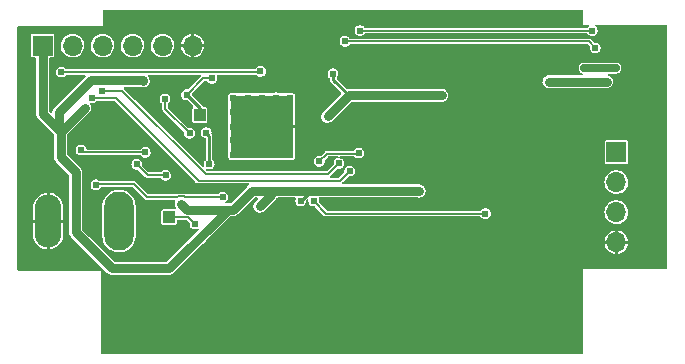
<source format=gbl>
G04 #@! TF.GenerationSoftware,KiCad,Pcbnew,(6.0.0)*
G04 #@! TF.CreationDate,2022-02-07T00:21:05-08:00*
G04 #@! TF.ProjectId,LightsAuxiliary_Rev_C,4c696768-7473-4417-9578-696c69617279,rev?*
G04 #@! TF.SameCoordinates,Original*
G04 #@! TF.FileFunction,Copper,L2,Bot*
G04 #@! TF.FilePolarity,Positive*
%FSLAX46Y46*%
G04 Gerber Fmt 4.6, Leading zero omitted, Abs format (unit mm)*
G04 Created by KiCad (PCBNEW (6.0.0)) date 2022-02-07 00:21:05*
%MOMM*%
%LPD*%
G01*
G04 APERTURE LIST*
G04 #@! TA.AperFunction,ComponentPad*
%ADD10C,0.609600*%
G04 #@! TD*
G04 #@! TA.AperFunction,SMDPad,CuDef*
%ADD11R,5.300000X5.300000*%
G04 #@! TD*
G04 #@! TA.AperFunction,SMDPad,CuDef*
%ADD12R,1.000000X1.000000*%
G04 #@! TD*
G04 #@! TA.AperFunction,ComponentPad*
%ADD13O,2.500000X5.000000*%
G04 #@! TD*
G04 #@! TA.AperFunction,ComponentPad*
%ADD14O,2.250000X4.500000*%
G04 #@! TD*
G04 #@! TA.AperFunction,ComponentPad*
%ADD15O,1.700000X1.700000*%
G04 #@! TD*
G04 #@! TA.AperFunction,ComponentPad*
%ADD16R,1.700000X1.700000*%
G04 #@! TD*
G04 #@! TA.AperFunction,ViaPad*
%ADD17C,0.609600*%
G04 #@! TD*
G04 #@! TA.AperFunction,Conductor*
%ADD18C,0.254000*%
G04 #@! TD*
G04 #@! TA.AperFunction,Conductor*
%ADD19C,0.787400*%
G04 #@! TD*
G04 #@! TA.AperFunction,Conductor*
%ADD20C,0.177800*%
G04 #@! TD*
G04 #@! TA.AperFunction,Conductor*
%ADD21C,0.635000*%
G04 #@! TD*
G04 APERTURE END LIST*
D10*
X136499600Y-103733600D03*
X135331200Y-103733600D03*
X134112000Y-103733600D03*
X132943600Y-103733600D03*
X131724400Y-103733600D03*
X131724400Y-98958400D03*
X132943600Y-98958400D03*
X134112000Y-98958400D03*
X135331200Y-98907600D03*
X131724400Y-102514400D03*
X131724400Y-101346000D03*
X131724400Y-100126800D03*
X136499600Y-102565200D03*
X136499600Y-101396800D03*
X136499600Y-100126800D03*
X132943600Y-102514400D03*
X132943600Y-101346000D03*
X132943600Y-100126800D03*
X134112000Y-100126800D03*
X134112000Y-101346000D03*
X134112000Y-102565200D03*
X135331200Y-102565200D03*
X135331200Y-101396800D03*
X135331200Y-100126800D03*
D11*
X134112000Y-101346000D03*
D10*
X136512000Y-98946000D03*
D12*
X126288800Y-109016800D03*
X128879600Y-100380800D03*
D13*
X122042500Y-109347000D03*
D14*
X116042500Y-109347000D03*
D15*
X164154000Y-111135000D03*
X164154000Y-108595000D03*
X164154000Y-106055000D03*
D16*
X164154000Y-103515000D03*
X115570000Y-94488000D03*
D15*
X118110000Y-94488000D03*
X120650000Y-94488000D03*
X123190000Y-94488000D03*
X125730000Y-94488000D03*
X128270000Y-94488000D03*
D17*
X157009047Y-111895909D03*
X137439400Y-107619800D03*
X148056600Y-101803200D03*
X149504400Y-104444800D03*
X148793200Y-113080800D03*
X150825200Y-113080800D03*
X148844000Y-111607600D03*
X150876000Y-111607600D03*
X150876000Y-110185200D03*
X148844000Y-110185200D03*
X126644400Y-111328200D03*
X124739400Y-109423200D03*
X120091200Y-100914200D03*
X121869200Y-105206800D03*
X119608600Y-107772200D03*
X117068600Y-95681800D03*
X127355600Y-95859600D03*
X121564400Y-95910400D03*
X124460000Y-95808800D03*
X141681200Y-101701600D03*
X141833600Y-95656400D03*
X139598400Y-95250000D03*
X143865600Y-95605600D03*
X154736800Y-96723200D03*
X159816800Y-95910400D03*
X158800800Y-100685600D03*
X161010600Y-102006400D03*
X165862000Y-102514400D03*
X166776400Y-105765600D03*
X157429200Y-120142000D03*
X159461200Y-120142000D03*
X149352000Y-120142000D03*
X146812000Y-120142000D03*
X144272000Y-120142000D03*
X141732000Y-120142000D03*
X139192000Y-120142000D03*
X126187200Y-120091200D03*
X123647200Y-120091200D03*
X121107200Y-120091200D03*
X113842800Y-112115600D03*
X113842800Y-109575600D03*
X113842800Y-107035600D03*
X113842800Y-104495600D03*
X113842800Y-101955600D03*
X113842800Y-99415600D03*
X113842800Y-96875600D03*
X113842800Y-94335600D03*
X129540000Y-99161600D03*
X128473200Y-109575600D03*
X133502400Y-91795600D03*
X131622800Y-91795600D03*
X129082800Y-91795600D03*
X126542800Y-91795600D03*
X124002800Y-91795600D03*
X121462800Y-91795600D03*
X157581600Y-91795600D03*
X155041600Y-91795600D03*
X152501600Y-91795600D03*
X149961600Y-91795600D03*
X147421600Y-91795600D03*
X144881600Y-91795600D03*
X142341600Y-91795600D03*
X139801600Y-91795600D03*
X137261600Y-95859600D03*
X137261600Y-94843600D03*
X137261600Y-92811600D03*
X137261600Y-91795600D03*
X135483600Y-95859600D03*
X135483600Y-94843600D03*
X135483600Y-93827600D03*
X135483600Y-92811600D03*
X135483600Y-91795600D03*
X135585200Y-107950000D03*
X137566400Y-111455200D03*
X139090400Y-109372400D03*
X141528800Y-110236000D03*
X133731000Y-110490000D03*
X135128000Y-110490000D03*
X136525000Y-110490000D03*
X132334000Y-110490000D03*
X115570000Y-103632000D03*
X129921000Y-95631000D03*
X132715000Y-95123000D03*
X144399000Y-104521000D03*
X144399000Y-102997000D03*
X144399000Y-101346000D03*
X152781000Y-94742000D03*
X151511000Y-106680000D03*
X154178000Y-105791000D03*
X156337000Y-105918000D03*
X154432000Y-119380000D03*
X153035000Y-119380000D03*
X137160000Y-120142000D03*
X135763000Y-120142000D03*
X134366000Y-120142000D03*
X132969000Y-120142000D03*
X131572000Y-120142000D03*
X130175000Y-120142000D03*
X140208000Y-118618000D03*
X143637000Y-114046000D03*
X146304000Y-114046000D03*
X147574000Y-114173000D03*
X148209000Y-117856000D03*
X146558000Y-118491000D03*
X158496000Y-117856000D03*
X156845000Y-117856000D03*
X155829000Y-119380000D03*
X151511000Y-119380000D03*
X164084000Y-96393000D03*
X161417000Y-96393000D03*
X155956000Y-99060000D03*
X154432000Y-99060000D03*
X129413000Y-101854000D03*
X129667000Y-104521000D03*
X129540000Y-112014000D03*
X129540000Y-113411000D03*
X128016000Y-114681000D03*
X128016000Y-113411000D03*
X129540000Y-114681000D03*
X126492000Y-114681000D03*
X122301000Y-118237000D03*
X122936000Y-117094000D03*
X121666000Y-117094000D03*
X140157200Y-96875600D03*
X127304800Y-107899200D03*
X133959600Y-108102400D03*
X124104400Y-97485200D03*
X119126000Y-99771200D03*
X147447000Y-106807000D03*
X149352000Y-98704400D03*
X139700000Y-100482400D03*
X163322000Y-97536000D03*
X158445200Y-97536000D03*
X162356800Y-94691200D03*
X141173200Y-94132400D03*
X141579600Y-105105200D03*
X138988800Y-104292400D03*
X142341600Y-103581200D03*
X140665200Y-104470200D03*
X138531600Y-107645200D03*
X153060400Y-108712000D03*
X142443200Y-93218000D03*
X162102800Y-93218000D03*
X120091200Y-106273600D03*
X128016000Y-101904800D03*
X125933200Y-99009200D03*
X125984000Y-105460800D03*
X123545600Y-104546400D03*
X124256800Y-103530400D03*
X118821200Y-103327200D03*
X130810000Y-107315000D03*
X127762000Y-98653600D03*
X129895600Y-97268800D03*
X134010400Y-96672400D03*
X117144800Y-96723200D03*
X119735600Y-98907600D03*
X120599200Y-98298000D03*
D18*
X138264411Y-106794789D02*
X138417789Y-106794789D01*
D19*
X147434789Y-106794789D02*
X138417789Y-106794789D01*
X138417789Y-106794789D02*
X134887189Y-106794789D01*
D18*
X137439400Y-107619800D02*
X138264411Y-106794789D01*
D20*
X122301000Y-98298000D02*
X120599200Y-98298000D01*
X129387600Y-105384600D02*
X122301000Y-98298000D01*
X139750800Y-105384600D02*
X129387600Y-105384600D01*
X140665200Y-104470200D02*
X139750800Y-105384600D01*
D19*
X118364000Y-105206800D02*
X117094000Y-103936800D01*
X117094000Y-103936800D02*
X117094000Y-101803200D01*
X121412000Y-113334800D02*
X118364000Y-110286800D01*
X131267200Y-108381800D02*
X126314200Y-113334800D01*
X126314200Y-113334800D02*
X121412000Y-113334800D01*
X118364000Y-110286800D02*
X118364000Y-105206800D01*
X131699000Y-108381800D02*
X131267200Y-108381800D01*
D20*
X140766800Y-105918000D02*
X128778000Y-105918000D01*
X141579600Y-105105200D02*
X140766800Y-105918000D01*
X128778000Y-105918000D02*
X121767600Y-98907600D01*
X121767600Y-98907600D02*
X119735600Y-98907600D01*
X127914400Y-109016800D02*
X126288800Y-109016800D01*
X128473200Y-109575600D02*
X127914400Y-109016800D01*
D18*
X128879600Y-100380800D02*
X128879600Y-99771200D01*
X128879600Y-99771200D02*
X127762000Y-98653600D01*
D21*
X161417000Y-96393000D02*
X164084000Y-96393000D01*
D19*
X147447000Y-106807000D02*
X147434789Y-106794789D01*
D18*
X129667000Y-104521000D02*
X129667000Y-102108000D01*
X129667000Y-102108000D02*
X129413000Y-101854000D01*
D20*
X124383800Y-107315000D02*
X123291600Y-106222800D01*
X126991654Y-107315000D02*
X124383800Y-107315000D01*
X127041973Y-107264681D02*
X126991654Y-107315000D01*
X123291600Y-106222800D02*
X120142000Y-106222800D01*
X127567627Y-107264681D02*
X127041973Y-107264681D01*
X127617946Y-107315000D02*
X127567627Y-107264681D01*
X120142000Y-106222800D02*
X120091200Y-106273600D01*
X130810000Y-107315000D02*
X127617946Y-107315000D01*
X133959600Y-96723200D02*
X117144800Y-96723200D01*
X134010400Y-96672400D02*
X133959600Y-96723200D01*
D18*
X140157200Y-96875600D02*
X140157200Y-97383600D01*
X140157200Y-97383600D02*
X141478000Y-98704400D01*
D19*
X127787400Y-108381800D02*
X127304800Y-107899200D01*
X131699000Y-108381800D02*
X127787400Y-108381800D01*
X133286011Y-106794789D02*
X131699000Y-108381800D01*
X134887189Y-107174811D02*
X133959600Y-108102400D01*
X134887189Y-106794789D02*
X134887189Y-107174811D01*
X134887189Y-106794789D02*
X133286011Y-106794789D01*
X124053600Y-97434400D02*
X124104400Y-97485200D01*
X119639733Y-97434400D02*
X124053600Y-97434400D01*
X116941600Y-101650800D02*
X116941600Y-100132533D01*
X116941600Y-101650800D02*
X115570000Y-100279200D01*
X116941600Y-100132533D02*
X119639733Y-97434400D01*
X117094000Y-101803200D02*
X116941600Y-101650800D01*
X115570000Y-100279200D02*
X115570000Y-94488000D01*
X117094000Y-101803200D02*
X119126000Y-99771200D01*
D20*
X139598400Y-108712000D02*
X153060400Y-108712000D01*
X138531600Y-107645200D02*
X139598400Y-108712000D01*
D19*
X147421600Y-98704400D02*
X141478000Y-98704400D01*
X149352000Y-98704400D02*
X147421600Y-98704400D01*
X141478000Y-98704400D02*
X139700000Y-100482400D01*
X158445200Y-97536000D02*
X163322000Y-97536000D01*
D20*
X161798000Y-94132400D02*
X162356800Y-94691200D01*
X149504400Y-94132400D02*
X161798000Y-94132400D01*
X141173200Y-94132400D02*
X149504400Y-94132400D01*
X138988800Y-104292400D02*
X139649200Y-103632000D01*
X139649200Y-103632000D02*
X142290800Y-103632000D01*
X142290800Y-103632000D02*
X142341600Y-103581200D01*
X162102800Y-93218000D02*
X142443200Y-93218000D01*
X119024400Y-103530400D02*
X124256800Y-103530400D01*
X118821200Y-103327200D02*
X119024400Y-103530400D01*
X125933200Y-99009200D02*
X125933200Y-99822000D01*
X125933200Y-99822000D02*
X128016000Y-101904800D01*
X124460000Y-105460800D02*
X125984000Y-105460800D01*
X123545600Y-104546400D02*
X124460000Y-105460800D01*
X127762000Y-98653600D02*
X129146800Y-97268800D01*
X129146800Y-97268800D02*
X129895600Y-97268800D01*
G04 #@! TA.AperFunction,Conductor*
G36*
X161263138Y-91457593D02*
G01*
X161288858Y-91502142D01*
X161290000Y-91515200D01*
X161290000Y-92710000D01*
X161790015Y-92710000D01*
X161838353Y-92727593D01*
X161864073Y-92772142D01*
X161855140Y-92822800D01*
X161830143Y-92848798D01*
X161807637Y-92862998D01*
X161807630Y-92863004D01*
X161803105Y-92865859D01*
X161799561Y-92869872D01*
X161728106Y-92950780D01*
X161682922Y-92975364D01*
X161671741Y-92976200D01*
X142873541Y-92976200D01*
X142825203Y-92958607D01*
X142816572Y-92950087D01*
X142750670Y-92873603D01*
X142750669Y-92873603D01*
X142747175Y-92869547D01*
X142737071Y-92862998D01*
X142641654Y-92801151D01*
X142641653Y-92801151D01*
X142637158Y-92798237D01*
X142511548Y-92760672D01*
X142506192Y-92760639D01*
X142506190Y-92760639D01*
X142448652Y-92760288D01*
X142380444Y-92759871D01*
X142254385Y-92795899D01*
X142143505Y-92865859D01*
X142056717Y-92964128D01*
X142054441Y-92968975D01*
X142054440Y-92968977D01*
X142051049Y-92976200D01*
X142000998Y-93082805D01*
X141980828Y-93212351D01*
X141981522Y-93217659D01*
X141981522Y-93217661D01*
X141981946Y-93220901D01*
X141997827Y-93342350D01*
X142050630Y-93462354D01*
X142134991Y-93562713D01*
X142139450Y-93565681D01*
X142139451Y-93565682D01*
X142239668Y-93632393D01*
X142239671Y-93632394D01*
X142244129Y-93635362D01*
X142369270Y-93674459D01*
X142436908Y-93675698D01*
X142494992Y-93676763D01*
X142494994Y-93676763D01*
X142500354Y-93676861D01*
X142505525Y-93675451D01*
X142505527Y-93675451D01*
X142595989Y-93650788D01*
X142626844Y-93642376D01*
X142652475Y-93626639D01*
X142734006Y-93576579D01*
X142738571Y-93573776D01*
X142742163Y-93569808D01*
X142742165Y-93569806D01*
X142819348Y-93484535D01*
X142864830Y-93460505D01*
X142875101Y-93459800D01*
X161673057Y-93459800D01*
X161721395Y-93477393D01*
X161730621Y-93486612D01*
X161794591Y-93562713D01*
X161799050Y-93565681D01*
X161799051Y-93565682D01*
X161899268Y-93632393D01*
X161899271Y-93632394D01*
X161903729Y-93635362D01*
X162028870Y-93674459D01*
X162096508Y-93675698D01*
X162154592Y-93676763D01*
X162154594Y-93676763D01*
X162159954Y-93676861D01*
X162165125Y-93675451D01*
X162165127Y-93675451D01*
X162255589Y-93650788D01*
X162286444Y-93642376D01*
X162312075Y-93626639D01*
X162393606Y-93576579D01*
X162398171Y-93573776D01*
X162401763Y-93569808D01*
X162401765Y-93569806D01*
X162443541Y-93523652D01*
X162486153Y-93476575D01*
X162543317Y-93358587D01*
X162565069Y-93229298D01*
X162565207Y-93218000D01*
X162563641Y-93207061D01*
X162547380Y-93093515D01*
X162547379Y-93093512D01*
X162546621Y-93088218D01*
X162492356Y-92968869D01*
X162484812Y-92960113D01*
X162410270Y-92873603D01*
X162410269Y-92873603D01*
X162406775Y-92869547D01*
X162374001Y-92848304D01*
X162343008Y-92807249D01*
X162345655Y-92755878D01*
X162380704Y-92718226D01*
X162414903Y-92710000D01*
X168398765Y-92710000D01*
X168447103Y-92727593D01*
X168472823Y-92772142D01*
X168473965Y-92785200D01*
X168473965Y-113335800D01*
X168456372Y-113384138D01*
X168411823Y-113409858D01*
X168398765Y-113411000D01*
X161290000Y-113411000D01*
X161290000Y-120549835D01*
X161272407Y-120598173D01*
X161227858Y-120623893D01*
X161214800Y-120625035D01*
X120598200Y-120625035D01*
X120549862Y-120607442D01*
X120524142Y-120562893D01*
X120523000Y-120549835D01*
X120523000Y-113538000D01*
X113511165Y-113538000D01*
X113462827Y-113520407D01*
X113437107Y-113475858D01*
X113435965Y-113462800D01*
X113435965Y-110528184D01*
X114765100Y-110528184D01*
X114765248Y-110531514D01*
X114779909Y-110695785D01*
X114781090Y-110702351D01*
X114839494Y-110915839D01*
X114841819Y-110922089D01*
X114937098Y-111121847D01*
X114940501Y-111127602D01*
X115069648Y-111307329D01*
X115074014Y-111312387D01*
X115232952Y-111466408D01*
X115238139Y-111470608D01*
X115421842Y-111594051D01*
X115427687Y-111597265D01*
X115630346Y-111686226D01*
X115636676Y-111688356D01*
X115851885Y-111740023D01*
X115858481Y-111740997D01*
X115902262Y-111743521D01*
X115912616Y-111740414D01*
X115915500Y-111736023D01*
X115915500Y-111730178D01*
X116169500Y-111730178D01*
X116173197Y-111740335D01*
X116176998Y-111742530D01*
X116305828Y-111726939D01*
X116312364Y-111725550D01*
X116523908Y-111660471D01*
X116530081Y-111657951D01*
X116726756Y-111556440D01*
X116732388Y-111552866D01*
X116907982Y-111418127D01*
X116912889Y-111413615D01*
X117061847Y-111249912D01*
X117065876Y-111244604D01*
X117183492Y-111057108D01*
X117186522Y-111051161D01*
X117269072Y-110845813D01*
X117271003Y-110839419D01*
X117316005Y-110622108D01*
X117316722Y-110616663D01*
X117319837Y-110562641D01*
X117319900Y-110560445D01*
X117319900Y-109487259D01*
X117316203Y-109477102D01*
X117310831Y-109474000D01*
X116182759Y-109474000D01*
X116172602Y-109477697D01*
X116169500Y-109483069D01*
X116169500Y-111730178D01*
X115915500Y-111730178D01*
X115915500Y-109487259D01*
X115911803Y-109477102D01*
X115906431Y-109474000D01*
X114778359Y-109474000D01*
X114768202Y-109477697D01*
X114765100Y-109483069D01*
X114765100Y-110528184D01*
X113435965Y-110528184D01*
X113435965Y-109206741D01*
X114765100Y-109206741D01*
X114768797Y-109216898D01*
X114774169Y-109220000D01*
X115902241Y-109220000D01*
X115912398Y-109216303D01*
X115915500Y-109210931D01*
X115915500Y-109206741D01*
X116169500Y-109206741D01*
X116173197Y-109216898D01*
X116178569Y-109220000D01*
X117306641Y-109220000D01*
X117316798Y-109216303D01*
X117319900Y-109210931D01*
X117319900Y-108165816D01*
X117319752Y-108162486D01*
X117305091Y-107998215D01*
X117303910Y-107991649D01*
X117245506Y-107778161D01*
X117243181Y-107771911D01*
X117147902Y-107572153D01*
X117144499Y-107566398D01*
X117015352Y-107386671D01*
X117010986Y-107381613D01*
X116852048Y-107227592D01*
X116846861Y-107223392D01*
X116663158Y-107099949D01*
X116657313Y-107096735D01*
X116454654Y-107007774D01*
X116448324Y-107005644D01*
X116233115Y-106953977D01*
X116226519Y-106953003D01*
X116182738Y-106950479D01*
X116172384Y-106953586D01*
X116169500Y-106957977D01*
X116169500Y-109206741D01*
X115915500Y-109206741D01*
X115915500Y-106963822D01*
X115911803Y-106953665D01*
X115908002Y-106951470D01*
X115779172Y-106967061D01*
X115772636Y-106968450D01*
X115561092Y-107033529D01*
X115554919Y-107036049D01*
X115358244Y-107137560D01*
X115352612Y-107141134D01*
X115177018Y-107275873D01*
X115172111Y-107280385D01*
X115023153Y-107444088D01*
X115019124Y-107449396D01*
X114901508Y-107636892D01*
X114898478Y-107642839D01*
X114815928Y-107848187D01*
X114813997Y-107854581D01*
X114768995Y-108071892D01*
X114768278Y-108077337D01*
X114765163Y-108131359D01*
X114765100Y-108133555D01*
X114765100Y-109206741D01*
X113435965Y-109206741D01*
X113435965Y-93622943D01*
X114567100Y-93622943D01*
X114567101Y-95353056D01*
X114575972Y-95397658D01*
X114609766Y-95448234D01*
X114615923Y-95452348D01*
X114654183Y-95477913D01*
X114654184Y-95477914D01*
X114660342Y-95482028D01*
X114704943Y-95490900D01*
X114948200Y-95490900D01*
X114996538Y-95508493D01*
X115022258Y-95553042D01*
X115023400Y-95566100D01*
X115023400Y-100265365D01*
X115023334Y-100268514D01*
X115020710Y-100331123D01*
X115022069Y-100336916D01*
X115031112Y-100375476D01*
X115032403Y-100382440D01*
X115038586Y-100427574D01*
X115040622Y-100432280D01*
X115040624Y-100432286D01*
X115046284Y-100445367D01*
X115050481Y-100458056D01*
X115054907Y-100476926D01*
X115057377Y-100481419D01*
X115076855Y-100516850D01*
X115079971Y-100523211D01*
X115098062Y-100565016D01*
X115101290Y-100569002D01*
X115101291Y-100569004D01*
X115110261Y-100580081D01*
X115117716Y-100591174D01*
X115127054Y-100608160D01*
X115134013Y-100616222D01*
X115160220Y-100642429D01*
X115165487Y-100648278D01*
X115192309Y-100681400D01*
X115208737Y-100693075D01*
X115210949Y-100694647D01*
X115220561Y-100702770D01*
X116525374Y-102007583D01*
X116547114Y-102054203D01*
X116547400Y-102060757D01*
X116547400Y-103922965D01*
X116547334Y-103926114D01*
X116544710Y-103988723D01*
X116545881Y-103993715D01*
X116555112Y-104033076D01*
X116556403Y-104040040D01*
X116558227Y-104053351D01*
X116562586Y-104085174D01*
X116564622Y-104089880D01*
X116564624Y-104089886D01*
X116570284Y-104102967D01*
X116574481Y-104115656D01*
X116578907Y-104134526D01*
X116581377Y-104139019D01*
X116600855Y-104174450D01*
X116603971Y-104180811D01*
X116622062Y-104222616D01*
X116625290Y-104226602D01*
X116625291Y-104226604D01*
X116634261Y-104237681D01*
X116641716Y-104248774D01*
X116651054Y-104265760D01*
X116658013Y-104273822D01*
X116684220Y-104300029D01*
X116689487Y-104305878D01*
X116716309Y-104339000D01*
X116734951Y-104352248D01*
X116744563Y-104360372D01*
X117795374Y-105411184D01*
X117817114Y-105457804D01*
X117817400Y-105464358D01*
X117817400Y-110272965D01*
X117817334Y-110276114D01*
X117814710Y-110338723D01*
X117815881Y-110343715D01*
X117825112Y-110383076D01*
X117826403Y-110390040D01*
X117832586Y-110435174D01*
X117834622Y-110439880D01*
X117834624Y-110439886D01*
X117840284Y-110452967D01*
X117844481Y-110465656D01*
X117848907Y-110484526D01*
X117851377Y-110489019D01*
X117870855Y-110524450D01*
X117873971Y-110530811D01*
X117892062Y-110572616D01*
X117895290Y-110576602D01*
X117895291Y-110576604D01*
X117904261Y-110587681D01*
X117911716Y-110598774D01*
X117921054Y-110615760D01*
X117928013Y-110623822D01*
X117954220Y-110650029D01*
X117959487Y-110655878D01*
X117986309Y-110689000D01*
X118002737Y-110700675D01*
X118004949Y-110702247D01*
X118014561Y-110710370D01*
X121015690Y-113711499D01*
X121017871Y-113713772D01*
X121056838Y-113756149D01*
X121056840Y-113756151D01*
X121060308Y-113759922D01*
X121064662Y-113762622D01*
X121064665Y-113762624D01*
X121076254Y-113769809D01*
X121092112Y-113779641D01*
X121099026Y-113783928D01*
X121104861Y-113787938D01*
X121141150Y-113815483D01*
X121145914Y-113817369D01*
X121145917Y-113817371D01*
X121159175Y-113822620D01*
X121171110Y-113828623D01*
X121187588Y-113838839D01*
X121192510Y-113840269D01*
X121231333Y-113851548D01*
X121238036Y-113853843D01*
X121275620Y-113868724D01*
X121275623Y-113868725D01*
X121280392Y-113870613D01*
X121299666Y-113872638D01*
X121312783Y-113875211D01*
X121331400Y-113880620D01*
X121342021Y-113881400D01*
X121379091Y-113881400D01*
X121386951Y-113881812D01*
X121429331Y-113886266D01*
X121451875Y-113882453D01*
X121464416Y-113881400D01*
X126300365Y-113881400D01*
X126303514Y-113881466D01*
X126366123Y-113884090D01*
X126385608Y-113879520D01*
X126410476Y-113873688D01*
X126417440Y-113872397D01*
X126457493Y-113866910D01*
X126462574Y-113866214D01*
X126467280Y-113864178D01*
X126467286Y-113864176D01*
X126480367Y-113858516D01*
X126493056Y-113854319D01*
X126495085Y-113853843D01*
X126511926Y-113849893D01*
X126529432Y-113840269D01*
X126551850Y-113827945D01*
X126558211Y-113824829D01*
X126595311Y-113808774D01*
X126600016Y-113806738D01*
X126604002Y-113803510D01*
X126604004Y-113803509D01*
X126615081Y-113794539D01*
X126626174Y-113787084D01*
X126643160Y-113777746D01*
X126651222Y-113770787D01*
X126677429Y-113744580D01*
X126683278Y-113739313D01*
X126712416Y-113715717D01*
X126716400Y-113712491D01*
X126729647Y-113693851D01*
X126737770Y-113684239D01*
X129152091Y-111269918D01*
X163159359Y-111269918D01*
X163162990Y-111313161D01*
X163164312Y-111320363D01*
X163216470Y-111502261D01*
X163219164Y-111509063D01*
X163305657Y-111677363D01*
X163309623Y-111683518D01*
X163427164Y-111831817D01*
X163432240Y-111837074D01*
X163576355Y-111959725D01*
X163582353Y-111963894D01*
X163747537Y-112056211D01*
X163754250Y-112059144D01*
X163934210Y-112117616D01*
X163941358Y-112119188D01*
X164013833Y-112127830D01*
X164024357Y-112125361D01*
X164027000Y-112121829D01*
X164027000Y-112117375D01*
X164281000Y-112117375D01*
X164284697Y-112127532D01*
X164289003Y-112130018D01*
X164325239Y-112127230D01*
X164332447Y-112125959D01*
X164514701Y-112075073D01*
X164521534Y-112072422D01*
X164690428Y-111987108D01*
X164696611Y-111983184D01*
X164845720Y-111866687D01*
X164851023Y-111861637D01*
X164974664Y-111718397D01*
X164978886Y-111712412D01*
X165072354Y-111547880D01*
X165075328Y-111541200D01*
X165135059Y-111361641D01*
X165136680Y-111354507D01*
X165146704Y-111275154D01*
X165144310Y-111264615D01*
X165140865Y-111262000D01*
X164294259Y-111262000D01*
X164284102Y-111265697D01*
X164281000Y-111271069D01*
X164281000Y-112117375D01*
X164027000Y-112117375D01*
X164027000Y-111275259D01*
X164023303Y-111265102D01*
X164017931Y-111262000D01*
X163171953Y-111262000D01*
X163161796Y-111265697D01*
X163159359Y-111269918D01*
X129152091Y-111269918D01*
X129427188Y-110994821D01*
X163160994Y-110994821D01*
X163163537Y-111005330D01*
X163167158Y-111008000D01*
X164013741Y-111008000D01*
X164023898Y-111004303D01*
X164027000Y-110998931D01*
X164027000Y-110994741D01*
X164281000Y-110994741D01*
X164284697Y-111004898D01*
X164290069Y-111008000D01*
X165135539Y-111008000D01*
X165145696Y-111004303D01*
X165148038Y-111000247D01*
X165142426Y-110943015D01*
X165141004Y-110935836D01*
X165086312Y-110754688D01*
X165083524Y-110747922D01*
X164994684Y-110580839D01*
X164990639Y-110574751D01*
X164871041Y-110428109D01*
X164865878Y-110422910D01*
X164720078Y-110302294D01*
X164714016Y-110298205D01*
X164547557Y-110208201D01*
X164540813Y-110205366D01*
X164360047Y-110149410D01*
X164352880Y-110147939D01*
X164294186Y-110141770D01*
X164283700Y-110144384D01*
X164281000Y-110148100D01*
X164281000Y-110994741D01*
X164027000Y-110994741D01*
X164027000Y-110153231D01*
X164023303Y-110143074D01*
X164019166Y-110140685D01*
X163968927Y-110145257D01*
X163961728Y-110146631D01*
X163780208Y-110200055D01*
X163773421Y-110202797D01*
X163605721Y-110290468D01*
X163599603Y-110294472D01*
X163452128Y-110413044D01*
X163446903Y-110418161D01*
X163325266Y-110563122D01*
X163321132Y-110569160D01*
X163229975Y-110734975D01*
X163227088Y-110741711D01*
X163169874Y-110922074D01*
X163168351Y-110929239D01*
X163160994Y-110994821D01*
X129427188Y-110994821D01*
X131471583Y-108950426D01*
X131518203Y-108928686D01*
X131524757Y-108928400D01*
X131685165Y-108928400D01*
X131688314Y-108928466D01*
X131750923Y-108931090D01*
X131764662Y-108927868D01*
X131795276Y-108920688D01*
X131802240Y-108919397D01*
X131842293Y-108913910D01*
X131847374Y-108913214D01*
X131852080Y-108911178D01*
X131852086Y-108911176D01*
X131865167Y-108905516D01*
X131877856Y-108901319D01*
X131878368Y-108901199D01*
X131896726Y-108896893D01*
X131936649Y-108874945D01*
X131943011Y-108871829D01*
X131951964Y-108867954D01*
X131984816Y-108853738D01*
X131988802Y-108850510D01*
X131988804Y-108850509D01*
X131999881Y-108841539D01*
X132010974Y-108834084D01*
X132027960Y-108824746D01*
X132031420Y-108821760D01*
X132034986Y-108818681D01*
X132036022Y-108817787D01*
X132062229Y-108791580D01*
X132068078Y-108786313D01*
X132075313Y-108780454D01*
X132101200Y-108759491D01*
X132114447Y-108740851D01*
X132122570Y-108731239D01*
X133490394Y-107363415D01*
X133537014Y-107341675D01*
X133543568Y-107341389D01*
X133766054Y-107341389D01*
X133814392Y-107358982D01*
X133840112Y-107403531D01*
X133831179Y-107454189D01*
X133819228Y-107469763D01*
X133546568Y-107742423D01*
X133545023Y-107744458D01*
X133545019Y-107744463D01*
X133482017Y-107827465D01*
X133482015Y-107827468D01*
X133478917Y-107831550D01*
X133477030Y-107836317D01*
X133477029Y-107836318D01*
X133454328Y-107893654D01*
X133423787Y-107970792D01*
X133423251Y-107975888D01*
X133423251Y-107975890D01*
X133412450Y-108078661D01*
X133408134Y-108119730D01*
X133433109Y-108267393D01*
X133435292Y-108272032D01*
X133488675Y-108385476D01*
X133496873Y-108402898D01*
X133500222Y-108406777D01*
X133500222Y-108406778D01*
X133535954Y-108448174D01*
X133594729Y-108516265D01*
X133598998Y-108519101D01*
X133701969Y-108587515D01*
X133719467Y-108599141D01*
X133724342Y-108600725D01*
X133724344Y-108600726D01*
X133857020Y-108643835D01*
X133857022Y-108643835D01*
X133861896Y-108645419D01*
X133867014Y-108645634D01*
X133867017Y-108645634D01*
X133936709Y-108648554D01*
X134011523Y-108651690D01*
X134016510Y-108650520D01*
X134016513Y-108650520D01*
X134152334Y-108618664D01*
X134152335Y-108618664D01*
X134157326Y-108617493D01*
X134161816Y-108615024D01*
X134161820Y-108615023D01*
X134285108Y-108547244D01*
X134285110Y-108547243D01*
X134288560Y-108545346D01*
X134296622Y-108538387D01*
X135263888Y-107571121D01*
X135266161Y-107568940D01*
X135308538Y-107529973D01*
X135308540Y-107529971D01*
X135312311Y-107526503D01*
X135315011Y-107522149D01*
X135315013Y-107522146D01*
X135336317Y-107487785D01*
X135340330Y-107481946D01*
X135340670Y-107481499D01*
X135367872Y-107445661D01*
X135369758Y-107440897D01*
X135369760Y-107440894D01*
X135375009Y-107427636D01*
X135381012Y-107415701D01*
X135391228Y-107399223D01*
X135392658Y-107394301D01*
X135394744Y-107389616D01*
X135396192Y-107390261D01*
X135422659Y-107354099D01*
X135464492Y-107341389D01*
X136946056Y-107341389D01*
X136994394Y-107358982D01*
X137020114Y-107403531D01*
X137014127Y-107448547D01*
X136997198Y-107484605D01*
X136977028Y-107614151D01*
X136977722Y-107619459D01*
X136977722Y-107619461D01*
X136992486Y-107732362D01*
X136994027Y-107744150D01*
X136996186Y-107749056D01*
X136996186Y-107749057D01*
X137001171Y-107760387D01*
X137046830Y-107864154D01*
X137131191Y-107964513D01*
X137135650Y-107967481D01*
X137135651Y-107967482D01*
X137235868Y-108034193D01*
X137235871Y-108034194D01*
X137240329Y-108037162D01*
X137365470Y-108076259D01*
X137433108Y-108077498D01*
X137491192Y-108078563D01*
X137491194Y-108078563D01*
X137496554Y-108078661D01*
X137501725Y-108077251D01*
X137501727Y-108077251D01*
X137569500Y-108058774D01*
X137623044Y-108044176D01*
X137634214Y-108037318D01*
X137730206Y-107978379D01*
X137734771Y-107975576D01*
X137738363Y-107971608D01*
X137738365Y-107971606D01*
X137812634Y-107889554D01*
X137822753Y-107878375D01*
X137879917Y-107760387D01*
X137894522Y-107673581D01*
X137901187Y-107633965D01*
X137901187Y-107633961D01*
X137901669Y-107631098D01*
X137901705Y-107628186D01*
X137901772Y-107622701D01*
X137901772Y-107622695D01*
X137901807Y-107619800D01*
X137901397Y-107616934D01*
X137901396Y-107616925D01*
X137898801Y-107598807D01*
X137909363Y-107548463D01*
X137920067Y-107534971D01*
X137953094Y-107501944D01*
X137999714Y-107480204D01*
X138049401Y-107493518D01*
X138078906Y-107535655D01*
X138080573Y-107566686D01*
X138069228Y-107639551D01*
X138069922Y-107644859D01*
X138069922Y-107644861D01*
X138078646Y-107711578D01*
X138086227Y-107769550D01*
X138088386Y-107774456D01*
X138088386Y-107774457D01*
X138124571Y-107856693D01*
X138139030Y-107889554D01*
X138223391Y-107989913D01*
X138227850Y-107992881D01*
X138227851Y-107992882D01*
X138328068Y-108059593D01*
X138328071Y-108059594D01*
X138332529Y-108062562D01*
X138457670Y-108101659D01*
X138525308Y-108102898D01*
X138583392Y-108103963D01*
X138583394Y-108103963D01*
X138588754Y-108104061D01*
X138593926Y-108102651D01*
X138599240Y-108101989D01*
X138599393Y-108103221D01*
X138644862Y-108106995D01*
X138666559Y-108122116D01*
X139421542Y-108877099D01*
X139424252Y-108879954D01*
X139453098Y-108911991D01*
X139469680Y-108919373D01*
X139477261Y-108922749D01*
X139487631Y-108928380D01*
X139503178Y-108938476D01*
X139503180Y-108938477D01*
X139509811Y-108942783D01*
X139517619Y-108944020D01*
X139517620Y-108944020D01*
X139519352Y-108944294D01*
X139538176Y-108949870D01*
X139539782Y-108950585D01*
X139539784Y-108950585D01*
X139547004Y-108953800D01*
X139573454Y-108953800D01*
X139585218Y-108954726D01*
X139603531Y-108957627D01*
X139603533Y-108957627D01*
X139611338Y-108958863D01*
X139618970Y-108956818D01*
X139618971Y-108956818D01*
X139620672Y-108956362D01*
X139640135Y-108953800D01*
X152630657Y-108953800D01*
X152678995Y-108971393D01*
X152688221Y-108980612D01*
X152752191Y-109056713D01*
X152756650Y-109059681D01*
X152756651Y-109059682D01*
X152856868Y-109126393D01*
X152856871Y-109126394D01*
X152861329Y-109129362D01*
X152986470Y-109168459D01*
X153054108Y-109169698D01*
X153112192Y-109170763D01*
X153112194Y-109170763D01*
X153117554Y-109170861D01*
X153122725Y-109169451D01*
X153122727Y-109169451D01*
X153216846Y-109143791D01*
X153244044Y-109136376D01*
X153274781Y-109117504D01*
X153351206Y-109070579D01*
X153355771Y-109067776D01*
X153359363Y-109063808D01*
X153359365Y-109063806D01*
X153409795Y-109008091D01*
X153443753Y-108970575D01*
X153500917Y-108852587D01*
X153513648Y-108776919D01*
X153522187Y-108726165D01*
X153522187Y-108726161D01*
X153522669Y-108723298D01*
X153522807Y-108712000D01*
X153520122Y-108693246D01*
X153504980Y-108587515D01*
X153504979Y-108587512D01*
X153504221Y-108582218D01*
X153503635Y-108580930D01*
X163146345Y-108580930D01*
X163146653Y-108584598D01*
X163146653Y-108584601D01*
X163157595Y-108714901D01*
X163162803Y-108776919D01*
X163202456Y-108915206D01*
X163214975Y-108958863D01*
X163217015Y-108965979D01*
X163306916Y-109140908D01*
X163309201Y-109143791D01*
X163332113Y-109172699D01*
X163429083Y-109295044D01*
X163431877Y-109297422D01*
X163431878Y-109297423D01*
X163466007Y-109326469D01*
X163578862Y-109422516D01*
X163582063Y-109424305D01*
X163582066Y-109424307D01*
X163616659Y-109443640D01*
X163750547Y-109518467D01*
X163754044Y-109519603D01*
X163754048Y-109519605D01*
X163846615Y-109549681D01*
X163937600Y-109579244D01*
X164025830Y-109589765D01*
X164129237Y-109602096D01*
X164129239Y-109602096D01*
X164132895Y-109602532D01*
X164328994Y-109587443D01*
X164443061Y-109555595D01*
X164514883Y-109535542D01*
X164514885Y-109535541D01*
X164518428Y-109534552D01*
X164693981Y-109445874D01*
X164848966Y-109324786D01*
X164977480Y-109175901D01*
X165010673Y-109117471D01*
X165072810Y-109008091D01*
X165072812Y-109008088D01*
X165074628Y-109004890D01*
X165118892Y-108871829D01*
X165135548Y-108821760D01*
X165135549Y-108821757D01*
X165136710Y-108818266D01*
X165161360Y-108623138D01*
X165161753Y-108595000D01*
X165161019Y-108587515D01*
X165142921Y-108402927D01*
X165142920Y-108402922D01*
X165142561Y-108399260D01*
X165085714Y-108210975D01*
X164993379Y-108037318D01*
X164869072Y-107884903D01*
X164805739Y-107832509D01*
X164720359Y-107761877D01*
X164717528Y-107759535D01*
X164544520Y-107665990D01*
X164356637Y-107607830D01*
X164233766Y-107594916D01*
X164164690Y-107587656D01*
X164164689Y-107587656D01*
X164161035Y-107587272D01*
X164063101Y-107596184D01*
X163968824Y-107604764D01*
X163968823Y-107604764D01*
X163965166Y-107605097D01*
X163961641Y-107606134D01*
X163961638Y-107606135D01*
X163793535Y-107655611D01*
X163776489Y-107660628D01*
X163602192Y-107751748D01*
X163577114Y-107771911D01*
X163468484Y-107859252D01*
X163448912Y-107874988D01*
X163322489Y-108025653D01*
X163227739Y-108198004D01*
X163168269Y-108385476D01*
X163146345Y-108580930D01*
X153503635Y-108580930D01*
X153484292Y-108538387D01*
X153452175Y-108467749D01*
X153452174Y-108467748D01*
X153449956Y-108462869D01*
X153439715Y-108450983D01*
X153367870Y-108367603D01*
X153367869Y-108367603D01*
X153364375Y-108363547D01*
X153254358Y-108292237D01*
X153128748Y-108254672D01*
X153123392Y-108254639D01*
X153123390Y-108254639D01*
X153065852Y-108254288D01*
X152997644Y-108253871D01*
X152871585Y-108289899D01*
X152760705Y-108359859D01*
X152693222Y-108436270D01*
X152685706Y-108444780D01*
X152640522Y-108469364D01*
X152629341Y-108470200D01*
X139729705Y-108470200D01*
X139681367Y-108452607D01*
X139676531Y-108448174D01*
X139005586Y-107777229D01*
X138983846Y-107730609D01*
X138984602Y-107711578D01*
X138993387Y-107659365D01*
X138993387Y-107659360D01*
X138993869Y-107656498D01*
X138994007Y-107645200D01*
X138993056Y-107638554D01*
X138976180Y-107520715D01*
X138976179Y-107520712D01*
X138975421Y-107515418D01*
X138973206Y-107510546D01*
X138973205Y-107510543D01*
X138944638Y-107447714D01*
X138940647Y-107396429D01*
X138970554Y-107354577D01*
X139013094Y-107341389D01*
X147303412Y-107341389D01*
X147315389Y-107342839D01*
X147315392Y-107342813D01*
X147464331Y-107358466D01*
X147611993Y-107333491D01*
X147678320Y-107302280D01*
X147742862Y-107271909D01*
X147742865Y-107271907D01*
X147747498Y-107269727D01*
X147801178Y-107223392D01*
X147856984Y-107175221D01*
X147860865Y-107171871D01*
X147943741Y-107047133D01*
X147946305Y-107039244D01*
X147988435Y-106909581D01*
X147988435Y-106909579D01*
X147990019Y-106904705D01*
X147990481Y-106893701D01*
X147994662Y-106793913D01*
X147996290Y-106755077D01*
X147995003Y-106749587D01*
X147963264Y-106614266D01*
X147963264Y-106614265D01*
X147962093Y-106609274D01*
X147959624Y-106604784D01*
X147959623Y-106604780D01*
X147891844Y-106481492D01*
X147891843Y-106481490D01*
X147889946Y-106478040D01*
X147882987Y-106469978D01*
X147831099Y-106418090D01*
X147828918Y-106415817D01*
X147789951Y-106373440D01*
X147789949Y-106373438D01*
X147786481Y-106369667D01*
X147782127Y-106366967D01*
X147782124Y-106366965D01*
X147758235Y-106352154D01*
X147747759Y-106345659D01*
X147741924Y-106341648D01*
X147738797Y-106339274D01*
X147705639Y-106314106D01*
X147700875Y-106312220D01*
X147700872Y-106312218D01*
X147687614Y-106306969D01*
X147675679Y-106300966D01*
X147659201Y-106290750D01*
X147654279Y-106289320D01*
X147615456Y-106278041D01*
X147608753Y-106275746D01*
X147571169Y-106260865D01*
X147571166Y-106260864D01*
X147566397Y-106258976D01*
X147547123Y-106256951D01*
X147534006Y-106254378D01*
X147515389Y-106248969D01*
X147504768Y-106248189D01*
X147467699Y-106248189D01*
X147459839Y-106247777D01*
X147422559Y-106243859D01*
X147417459Y-106243323D01*
X147412404Y-106244178D01*
X147394915Y-106247136D01*
X147382374Y-106248189D01*
X140960116Y-106248189D01*
X140911778Y-106230596D01*
X140886058Y-106186047D01*
X140894991Y-106135389D01*
X140906942Y-106119815D01*
X140920138Y-106106619D01*
X140929111Y-106098955D01*
X140944112Y-106088056D01*
X140950507Y-106083410D01*
X140955341Y-106075037D01*
X140967290Y-106059467D01*
X140985827Y-106040930D01*
X163146345Y-106040930D01*
X163146653Y-106044598D01*
X163146653Y-106044601D01*
X163154020Y-106132332D01*
X163162803Y-106236919D01*
X163217015Y-106425979D01*
X163306916Y-106600908D01*
X163309201Y-106603791D01*
X163331701Y-106632179D01*
X163429083Y-106755044D01*
X163431877Y-106757422D01*
X163431878Y-106757423D01*
X163466691Y-106787051D01*
X163578862Y-106882516D01*
X163582063Y-106884305D01*
X163582066Y-106884307D01*
X163620656Y-106905874D01*
X163750547Y-106978467D01*
X163754044Y-106979603D01*
X163754048Y-106979605D01*
X163834189Y-107005644D01*
X163937600Y-107039244D01*
X164044984Y-107052049D01*
X164129237Y-107062096D01*
X164129239Y-107062096D01*
X164132895Y-107062532D01*
X164328994Y-107047443D01*
X164478701Y-107005644D01*
X164514883Y-106995542D01*
X164514885Y-106995541D01*
X164518428Y-106994552D01*
X164605678Y-106950479D01*
X164690697Y-106907533D01*
X164690698Y-106907532D01*
X164693981Y-106905874D01*
X164848966Y-106784786D01*
X164977480Y-106635901D01*
X164999218Y-106597636D01*
X165072810Y-106468091D01*
X165072812Y-106468088D01*
X165074628Y-106464890D01*
X165115340Y-106342506D01*
X165135548Y-106281760D01*
X165135549Y-106281757D01*
X165136710Y-106278266D01*
X165161360Y-106083138D01*
X165161691Y-106059467D01*
X165161724Y-106057099D01*
X165161724Y-106057093D01*
X165161753Y-106055000D01*
X165161548Y-106052907D01*
X165142921Y-105862927D01*
X165142920Y-105862922D01*
X165142561Y-105859260D01*
X165085714Y-105670975D01*
X164993379Y-105497318D01*
X164869072Y-105344903D01*
X164717528Y-105219535D01*
X164544520Y-105125990D01*
X164356637Y-105067830D01*
X164233766Y-105054916D01*
X164164690Y-105047656D01*
X164164689Y-105047656D01*
X164161035Y-105047272D01*
X164090160Y-105053722D01*
X163968824Y-105064764D01*
X163968823Y-105064764D01*
X163965166Y-105065097D01*
X163961641Y-105066134D01*
X163961638Y-105066135D01*
X163790844Y-105116403D01*
X163776489Y-105120628D01*
X163602192Y-105211748D01*
X163566422Y-105240508D01*
X163453850Y-105331018D01*
X163448912Y-105334988D01*
X163322489Y-105485653D01*
X163320718Y-105488875D01*
X163320717Y-105488876D01*
X163229513Y-105654777D01*
X163227739Y-105658004D01*
X163168269Y-105845476D01*
X163146345Y-106040930D01*
X140985827Y-106040930D01*
X141444204Y-105582553D01*
X141490824Y-105560813D01*
X141504574Y-105561317D01*
X141505670Y-105561659D01*
X141546793Y-105562413D01*
X141631392Y-105563963D01*
X141631394Y-105563963D01*
X141636754Y-105564061D01*
X141641925Y-105562651D01*
X141641927Y-105562651D01*
X141713396Y-105543166D01*
X141763244Y-105529576D01*
X141820416Y-105494473D01*
X141870406Y-105463779D01*
X141874971Y-105460976D01*
X141878563Y-105457008D01*
X141878565Y-105457006D01*
X141920040Y-105411184D01*
X141962953Y-105363775D01*
X142020117Y-105245787D01*
X142028329Y-105196974D01*
X142041387Y-105119365D01*
X142041387Y-105119361D01*
X142041869Y-105116498D01*
X142041942Y-105110525D01*
X142041972Y-105108101D01*
X142041972Y-105108095D01*
X142042007Y-105105200D01*
X142040441Y-105094261D01*
X142024180Y-104980715D01*
X142024179Y-104980712D01*
X142023421Y-104975418D01*
X142016771Y-104960793D01*
X141971375Y-104860949D01*
X141971374Y-104860948D01*
X141969156Y-104856069D01*
X141961612Y-104847313D01*
X141887070Y-104760803D01*
X141887069Y-104760803D01*
X141883575Y-104756747D01*
X141871557Y-104748957D01*
X141778054Y-104688351D01*
X141778053Y-104688351D01*
X141773558Y-104685437D01*
X141647948Y-104647872D01*
X141642592Y-104647839D01*
X141642590Y-104647839D01*
X141585052Y-104647488D01*
X141516844Y-104647071D01*
X141390785Y-104683099D01*
X141279905Y-104753059D01*
X141193117Y-104851328D01*
X141190841Y-104856175D01*
X141190840Y-104856177D01*
X141148961Y-104945376D01*
X141137398Y-104970005D01*
X141117228Y-105099551D01*
X141117922Y-105104859D01*
X141117922Y-105104861D01*
X141127003Y-105174307D01*
X141115826Y-105224518D01*
X141105612Y-105237231D01*
X140688669Y-105654174D01*
X140642049Y-105675914D01*
X140635495Y-105676200D01*
X139987575Y-105676200D01*
X139939237Y-105658607D01*
X139913517Y-105614058D01*
X139922450Y-105563400D01*
X139929576Y-105553593D01*
X139934507Y-105550010D01*
X139939341Y-105541637D01*
X139951290Y-105526067D01*
X140529804Y-104947553D01*
X140576424Y-104925813D01*
X140590174Y-104926317D01*
X140591270Y-104926659D01*
X140632393Y-104927413D01*
X140716992Y-104928963D01*
X140716994Y-104928963D01*
X140722354Y-104929061D01*
X140727525Y-104927651D01*
X140727527Y-104927651D01*
X140807227Y-104905922D01*
X140848844Y-104894576D01*
X140876102Y-104877840D01*
X140956006Y-104828779D01*
X140960571Y-104825976D01*
X140964163Y-104822008D01*
X140964165Y-104822006D01*
X141015443Y-104765354D01*
X141048553Y-104728775D01*
X141105717Y-104610787D01*
X141121466Y-104517177D01*
X141126987Y-104484365D01*
X141126987Y-104484361D01*
X141127469Y-104481498D01*
X141127607Y-104470200D01*
X141126041Y-104459261D01*
X141109780Y-104345715D01*
X141109779Y-104345712D01*
X141109021Y-104340418D01*
X141087247Y-104292528D01*
X141056975Y-104225949D01*
X141056974Y-104225948D01*
X141054756Y-104221069D01*
X141047212Y-104212313D01*
X140972670Y-104125803D01*
X140972669Y-104125803D01*
X140969175Y-104121747D01*
X140859158Y-104050437D01*
X140760883Y-104021047D01*
X140719613Y-103990341D01*
X140707736Y-103940292D01*
X140730809Y-103894317D01*
X140782430Y-103873800D01*
X141954559Y-103873800D01*
X142002897Y-103891393D01*
X142012123Y-103900612D01*
X142033391Y-103925913D01*
X142037850Y-103928881D01*
X142037851Y-103928882D01*
X142138068Y-103995593D01*
X142138071Y-103995594D01*
X142142529Y-103998562D01*
X142267670Y-104037659D01*
X142335308Y-104038898D01*
X142393392Y-104039963D01*
X142393394Y-104039963D01*
X142398754Y-104040061D01*
X142403925Y-104038651D01*
X142403927Y-104038651D01*
X142473566Y-104019665D01*
X142525244Y-104005576D01*
X142551976Y-103989163D01*
X142632406Y-103939779D01*
X142636971Y-103936976D01*
X142640563Y-103933008D01*
X142640565Y-103933006D01*
X142690279Y-103878082D01*
X142724953Y-103839775D01*
X142782117Y-103721787D01*
X142791552Y-103665708D01*
X142803387Y-103595365D01*
X142803387Y-103595361D01*
X142803869Y-103592498D01*
X142804007Y-103581200D01*
X142797148Y-103533301D01*
X142786180Y-103456715D01*
X142786179Y-103456712D01*
X142785421Y-103451418D01*
X142775805Y-103430269D01*
X142733375Y-103336949D01*
X142733374Y-103336948D01*
X142731156Y-103332069D01*
X142723612Y-103323313D01*
X142649070Y-103236803D01*
X142649069Y-103236803D01*
X142645575Y-103232747D01*
X142599251Y-103202721D01*
X142540054Y-103164351D01*
X142540053Y-103164351D01*
X142535558Y-103161437D01*
X142409948Y-103123872D01*
X142404592Y-103123839D01*
X142404590Y-103123839D01*
X142347052Y-103123488D01*
X142278844Y-103123071D01*
X142152785Y-103159099D01*
X142041905Y-103229059D01*
X141955117Y-103327328D01*
X141950600Y-103336949D01*
X141945900Y-103346960D01*
X141909431Y-103383238D01*
X141877829Y-103390200D01*
X139657510Y-103390200D01*
X139653574Y-103390097D01*
X139652193Y-103390025D01*
X139610529Y-103387841D01*
X139603149Y-103390674D01*
X139585840Y-103397318D01*
X139574527Y-103400669D01*
X139556390Y-103404525D01*
X139556387Y-103404526D01*
X139548654Y-103406170D01*
X139542258Y-103410817D01*
X139542256Y-103410818D01*
X139540837Y-103411849D01*
X139523587Y-103421215D01*
X139521944Y-103421846D01*
X139521943Y-103421846D01*
X139514564Y-103424679D01*
X139495862Y-103443381D01*
X139486889Y-103451045D01*
X139465493Y-103466590D01*
X139461542Y-103473434D01*
X139460661Y-103474960D01*
X139448710Y-103490533D01*
X139124191Y-103815052D01*
X139077571Y-103836792D01*
X139061227Y-103836292D01*
X139057148Y-103835072D01*
X139051795Y-103835039D01*
X139051793Y-103835039D01*
X138992239Y-103834675D01*
X138926044Y-103834271D01*
X138799985Y-103870299D01*
X138689105Y-103940259D01*
X138602317Y-104038528D01*
X138600041Y-104043375D01*
X138600040Y-104043377D01*
X138559372Y-104129997D01*
X138546598Y-104157205D01*
X138526428Y-104286751D01*
X138527122Y-104292059D01*
X138527122Y-104292061D01*
X138535470Y-104355903D01*
X138543427Y-104416750D01*
X138545586Y-104421656D01*
X138545586Y-104421657D01*
X138592988Y-104529386D01*
X138596230Y-104536754D01*
X138680591Y-104637113D01*
X138685050Y-104640081D01*
X138685051Y-104640082D01*
X138785268Y-104706793D01*
X138785271Y-104706794D01*
X138789729Y-104709762D01*
X138914870Y-104748859D01*
X138982508Y-104750098D01*
X139040592Y-104751163D01*
X139040594Y-104751163D01*
X139045954Y-104751261D01*
X139051125Y-104749851D01*
X139051127Y-104749851D01*
X139128432Y-104728775D01*
X139172444Y-104716776D01*
X139213580Y-104691519D01*
X139279606Y-104650979D01*
X139284171Y-104648176D01*
X139287763Y-104644208D01*
X139287765Y-104644206D01*
X139328162Y-104599576D01*
X139372153Y-104550975D01*
X139429317Y-104432987D01*
X139444000Y-104345715D01*
X139450587Y-104306565D01*
X139450587Y-104306561D01*
X139451069Y-104303698D01*
X139451207Y-104292400D01*
X139441450Y-104224273D01*
X139452014Y-104173931D01*
X139462717Y-104160440D01*
X139727331Y-103895826D01*
X139773951Y-103874086D01*
X139780505Y-103873800D01*
X140549470Y-103873800D01*
X140597808Y-103891393D01*
X140623528Y-103935942D01*
X140614595Y-103986600D01*
X140575190Y-104019665D01*
X140570135Y-104021305D01*
X140476385Y-104048099D01*
X140365505Y-104118059D01*
X140278717Y-104216328D01*
X140276441Y-104221175D01*
X140276440Y-104221177D01*
X140225275Y-104330155D01*
X140222998Y-104335005D01*
X140202828Y-104464551D01*
X140203522Y-104469859D01*
X140203522Y-104469861D01*
X140212603Y-104539307D01*
X140201426Y-104589518D01*
X140191212Y-104602231D01*
X139672669Y-105120774D01*
X139626049Y-105142514D01*
X139619495Y-105142800D01*
X129518905Y-105142800D01*
X129470567Y-105125207D01*
X129465731Y-105120774D01*
X129415514Y-105070557D01*
X129393774Y-105023937D01*
X129407088Y-104974250D01*
X129449225Y-104944745D01*
X129491112Y-104945605D01*
X129593070Y-104977459D01*
X129660708Y-104978698D01*
X129718792Y-104979763D01*
X129718794Y-104979763D01*
X129724154Y-104979861D01*
X129729325Y-104978451D01*
X129729327Y-104978451D01*
X129797100Y-104959974D01*
X129850644Y-104945376D01*
X129877376Y-104928963D01*
X129957806Y-104879579D01*
X129962371Y-104876776D01*
X129965963Y-104872808D01*
X129965965Y-104872806D01*
X130027701Y-104804600D01*
X130050353Y-104779575D01*
X130107517Y-104661587D01*
X130121910Y-104576037D01*
X130128787Y-104535165D01*
X130128787Y-104535161D01*
X130129269Y-104532298D01*
X130129407Y-104521000D01*
X130127900Y-104510473D01*
X130111580Y-104396515D01*
X130111579Y-104396512D01*
X130110821Y-104391218D01*
X130108360Y-104385805D01*
X130058775Y-104276749D01*
X130058774Y-104276748D01*
X130056556Y-104271869D01*
X130051292Y-104265760D01*
X129974472Y-104176605D01*
X129974470Y-104176604D01*
X129970975Y-104172547D01*
X129971192Y-104172360D01*
X129947805Y-104129997D01*
X129946900Y-104118362D01*
X129946900Y-103733267D01*
X131263227Y-103733267D01*
X131278820Y-103852504D01*
X131281671Y-103862715D01*
X131303231Y-103911714D01*
X131309600Y-103942001D01*
X131309600Y-104007316D01*
X131310321Y-104014637D01*
X131316997Y-104048198D01*
X131322558Y-104061623D01*
X131348014Y-104099720D01*
X131358280Y-104109986D01*
X131396377Y-104135442D01*
X131409802Y-104141003D01*
X131443363Y-104147679D01*
X131450684Y-104148400D01*
X131507333Y-104148400D01*
X131529758Y-104151821D01*
X131645440Y-104187962D01*
X131655908Y-104189657D01*
X131776130Y-104191861D01*
X131786665Y-104190549D01*
X131902674Y-104158921D01*
X131912694Y-104154585D01*
X131942560Y-104148400D01*
X132726533Y-104148400D01*
X132748958Y-104151821D01*
X132864640Y-104187962D01*
X132875108Y-104189657D01*
X132995330Y-104191861D01*
X133005865Y-104190549D01*
X133121874Y-104158921D01*
X133131894Y-104154585D01*
X133161760Y-104148400D01*
X133894933Y-104148400D01*
X133917358Y-104151821D01*
X134033040Y-104187962D01*
X134043508Y-104189657D01*
X134163730Y-104191861D01*
X134174265Y-104190549D01*
X134290274Y-104158921D01*
X134300294Y-104154585D01*
X134330160Y-104148400D01*
X135114133Y-104148400D01*
X135136558Y-104151821D01*
X135252240Y-104187962D01*
X135262708Y-104189657D01*
X135382930Y-104191861D01*
X135393465Y-104190549D01*
X135509474Y-104158921D01*
X135519494Y-104154585D01*
X135549360Y-104148400D01*
X136282533Y-104148400D01*
X136304958Y-104151821D01*
X136420640Y-104187962D01*
X136431108Y-104189657D01*
X136551330Y-104191861D01*
X136561865Y-104190549D01*
X136677874Y-104158921D01*
X136687894Y-104154585D01*
X136717760Y-104148400D01*
X136773316Y-104148400D01*
X136780637Y-104147679D01*
X136814198Y-104141003D01*
X136827623Y-104135442D01*
X136865720Y-104109986D01*
X136875986Y-104099720D01*
X136901442Y-104061623D01*
X136907003Y-104048198D01*
X136913679Y-104014637D01*
X136914400Y-104007316D01*
X136914400Y-103943374D01*
X136921925Y-103910585D01*
X136937298Y-103878856D01*
X136940524Y-103868747D01*
X136960880Y-103747755D01*
X136961399Y-103741972D01*
X136961465Y-103736510D01*
X136961088Y-103730719D01*
X136943695Y-103609263D01*
X136940718Y-103599083D01*
X136921144Y-103556033D01*
X136914400Y-103524908D01*
X136914400Y-102774974D01*
X136921925Y-102742185D01*
X136937298Y-102710456D01*
X136940524Y-102700347D01*
X136949004Y-102649943D01*
X163151100Y-102649943D01*
X163151101Y-104380056D01*
X163159972Y-104424658D01*
X163193766Y-104475234D01*
X163199923Y-104479348D01*
X163238183Y-104504913D01*
X163238184Y-104504914D01*
X163244342Y-104509028D01*
X163251606Y-104510473D01*
X163276129Y-104515351D01*
X163288943Y-104517900D01*
X164153882Y-104517900D01*
X165019056Y-104517899D01*
X165063658Y-104509028D01*
X165114234Y-104475234D01*
X165148028Y-104424658D01*
X165156900Y-104380057D01*
X165156899Y-102649944D01*
X165148028Y-102605342D01*
X165114234Y-102554766D01*
X165069818Y-102525088D01*
X165069816Y-102525086D01*
X165063658Y-102520972D01*
X165056394Y-102519527D01*
X165022682Y-102512821D01*
X165022681Y-102512821D01*
X165019057Y-102512100D01*
X164154118Y-102512100D01*
X163288944Y-102512101D01*
X163244342Y-102520972D01*
X163193766Y-102554766D01*
X163159972Y-102605342D01*
X163151100Y-102649943D01*
X136949004Y-102649943D01*
X136960880Y-102579355D01*
X136961399Y-102573572D01*
X136961465Y-102568110D01*
X136961088Y-102562319D01*
X136943695Y-102440863D01*
X136940718Y-102430683D01*
X136921144Y-102387633D01*
X136914400Y-102356508D01*
X136914400Y-101606574D01*
X136921925Y-101573785D01*
X136937300Y-101542051D01*
X136940523Y-101531953D01*
X136950442Y-101473000D01*
X136952179Y-101473292D01*
X136954970Y-101456705D01*
X136952351Y-101456014D01*
X136954970Y-101446084D01*
X136960880Y-101410955D01*
X136961399Y-101405172D01*
X136961465Y-101399713D01*
X136961089Y-101393922D01*
X136956280Y-101360342D01*
X136954400Y-101356829D01*
X136954400Y-101397800D01*
X136936807Y-101446138D01*
X136892258Y-101471858D01*
X136879200Y-101473000D01*
X134060200Y-101473000D01*
X134011862Y-101455407D01*
X133986142Y-101410858D01*
X133985000Y-101397800D01*
X133985000Y-101294200D01*
X134002593Y-101245862D01*
X134047142Y-101220142D01*
X134060200Y-101219000D01*
X136904145Y-101219000D01*
X136913778Y-101222506D01*
X136917308Y-101216391D01*
X136914997Y-101198161D01*
X136914400Y-101188704D01*
X136914400Y-100499730D01*
X139148534Y-100499730D01*
X139173509Y-100647393D01*
X139175692Y-100652032D01*
X139199568Y-100702770D01*
X139237273Y-100782898D01*
X139335129Y-100896265D01*
X139339398Y-100899101D01*
X139410915Y-100946617D01*
X139459867Y-100979141D01*
X139464742Y-100980725D01*
X139464744Y-100980726D01*
X139597420Y-101023835D01*
X139597422Y-101023835D01*
X139602296Y-101025419D01*
X139607414Y-101025634D01*
X139607417Y-101025634D01*
X139677109Y-101028554D01*
X139751923Y-101031690D01*
X139756910Y-101030520D01*
X139756913Y-101030520D01*
X139892734Y-100998664D01*
X139892735Y-100998664D01*
X139897726Y-100997493D01*
X139902216Y-100995024D01*
X139902220Y-100995023D01*
X140025508Y-100927244D01*
X140025510Y-100927243D01*
X140028960Y-100925346D01*
X140037022Y-100918387D01*
X141682383Y-99273026D01*
X141729003Y-99251286D01*
X141735557Y-99251000D01*
X149389515Y-99251000D01*
X149392054Y-99250652D01*
X149392057Y-99250652D01*
X149451795Y-99242469D01*
X149500374Y-99235814D01*
X149505080Y-99233778D01*
X149505082Y-99233777D01*
X149633107Y-99178376D01*
X149633108Y-99178375D01*
X149637816Y-99176338D01*
X149641800Y-99173112D01*
X149641803Y-99173110D01*
X149719663Y-99110059D01*
X149754200Y-99082091D01*
X149760974Y-99072560D01*
X149793611Y-99026634D01*
X149840953Y-98960018D01*
X149891682Y-98819113D01*
X149892243Y-98811483D01*
X149901554Y-98684684D01*
X149902650Y-98669756D01*
X149901514Y-98664118D01*
X149874063Y-98527980D01*
X149873049Y-98522951D01*
X149862939Y-98503108D01*
X149807387Y-98394082D01*
X149805060Y-98389515D01*
X149727779Y-98305472D01*
X149707162Y-98283051D01*
X149707160Y-98283049D01*
X149703692Y-98279278D01*
X149699338Y-98276578D01*
X149699335Y-98276576D01*
X149580770Y-98203063D01*
X149576412Y-98200361D01*
X149571491Y-98198931D01*
X149571488Y-98198930D01*
X149436381Y-98159678D01*
X149436377Y-98159677D01*
X149432600Y-98158580D01*
X149421979Y-98157800D01*
X141491849Y-98157800D01*
X141488700Y-98157734D01*
X141426077Y-98155109D01*
X141384585Y-98164841D01*
X141333509Y-98158751D01*
X141314240Y-98144802D01*
X140740082Y-97570644D01*
X157894550Y-97570644D01*
X157895564Y-97575672D01*
X157895564Y-97575675D01*
X157909663Y-97645597D01*
X157924151Y-97717449D01*
X157992140Y-97850885D01*
X157995609Y-97854657D01*
X158090038Y-97957349D01*
X158090040Y-97957351D01*
X158093508Y-97961122D01*
X158097862Y-97963822D01*
X158097865Y-97963824D01*
X158213969Y-98035811D01*
X158220788Y-98040039D01*
X158225709Y-98041469D01*
X158225712Y-98041470D01*
X158360819Y-98080722D01*
X158360823Y-98080723D01*
X158364600Y-98081820D01*
X158375221Y-98082600D01*
X163359515Y-98082600D01*
X163362054Y-98082252D01*
X163362057Y-98082252D01*
X163421795Y-98074069D01*
X163470374Y-98067414D01*
X163475080Y-98065378D01*
X163475082Y-98065377D01*
X163603107Y-98009976D01*
X163603108Y-98009975D01*
X163607816Y-98007938D01*
X163611800Y-98004712D01*
X163611803Y-98004710D01*
X163686058Y-97944578D01*
X163724200Y-97913691D01*
X163810953Y-97791618D01*
X163861682Y-97650713D01*
X163863602Y-97624576D01*
X163871423Y-97518063D01*
X163872650Y-97501356D01*
X163870768Y-97492019D01*
X163844063Y-97359580D01*
X163843049Y-97354551D01*
X163775060Y-97221115D01*
X163717307Y-97158309D01*
X163677162Y-97114651D01*
X163677160Y-97114649D01*
X163673692Y-97110878D01*
X163669338Y-97108178D01*
X163669335Y-97108176D01*
X163550770Y-97034663D01*
X163546412Y-97031961D01*
X163541491Y-97030531D01*
X163541488Y-97030530D01*
X163473623Y-97010814D01*
X163432113Y-96980434D01*
X163419843Y-96930479D01*
X163442554Y-96884324D01*
X163494603Y-96863400D01*
X164117775Y-96863400D01*
X164120413Y-96863022D01*
X164120416Y-96863022D01*
X164212085Y-96849894D01*
X164212087Y-96849893D01*
X164217383Y-96849135D01*
X164222255Y-96846920D01*
X164222258Y-96846919D01*
X164308498Y-96807708D01*
X164340044Y-96793365D01*
X164347825Y-96786661D01*
X164438066Y-96708903D01*
X164442121Y-96705409D01*
X164493287Y-96626469D01*
X164512497Y-96596832D01*
X164512498Y-96596831D01*
X164515409Y-96592339D01*
X164536863Y-96520602D01*
X164552482Y-96468379D01*
X164552482Y-96468376D01*
X164554017Y-96463245D01*
X164554063Y-96455837D01*
X164554533Y-96378803D01*
X164554840Y-96328503D01*
X164517813Y-96198946D01*
X164445911Y-96084989D01*
X164344916Y-95995793D01*
X164340069Y-95993518D01*
X164340067Y-95993516D01*
X164287644Y-95968904D01*
X164222946Y-95938529D01*
X164176635Y-95931318D01*
X164123513Y-95923046D01*
X164123508Y-95923046D01*
X164120646Y-95922600D01*
X161383225Y-95922600D01*
X161380587Y-95922978D01*
X161380584Y-95922978D01*
X161288915Y-95936106D01*
X161288913Y-95936107D01*
X161283617Y-95936865D01*
X161278745Y-95939080D01*
X161278742Y-95939081D01*
X161201498Y-95974202D01*
X161160956Y-95992635D01*
X161156898Y-95996132D01*
X161156896Y-95996133D01*
X161073457Y-96068030D01*
X161058879Y-96080591D01*
X160985591Y-96193661D01*
X160967953Y-96252637D01*
X160948584Y-96317402D01*
X160946983Y-96322755D01*
X160946160Y-96457497D01*
X160983187Y-96587054D01*
X161055089Y-96701011D01*
X161156084Y-96790207D01*
X161160931Y-96792482D01*
X161160933Y-96792484D01*
X161193360Y-96807708D01*
X161266900Y-96842234D01*
X161275196Y-96846129D01*
X161311474Y-96882597D01*
X161315824Y-96933853D01*
X161286209Y-96975913D01*
X161243237Y-96989400D01*
X158407685Y-96989400D01*
X158405146Y-96989748D01*
X158405143Y-96989748D01*
X158369476Y-96994634D01*
X158296826Y-97004586D01*
X158292120Y-97006622D01*
X158292118Y-97006623D01*
X158164093Y-97062024D01*
X158164092Y-97062025D01*
X158159384Y-97064062D01*
X158155400Y-97067288D01*
X158155397Y-97067290D01*
X158096417Y-97115052D01*
X158043000Y-97158309D01*
X158040033Y-97162484D01*
X158040032Y-97162485D01*
X158027122Y-97180651D01*
X157956247Y-97280382D01*
X157954510Y-97285208D01*
X157954509Y-97285209D01*
X157931564Y-97348941D01*
X157905518Y-97421287D01*
X157905142Y-97426401D01*
X157905142Y-97426403D01*
X157901259Y-97479281D01*
X157894550Y-97570644D01*
X140740082Y-97570644D01*
X140478574Y-97309136D01*
X140456834Y-97262516D01*
X140470148Y-97212829D01*
X140475996Y-97205497D01*
X140536956Y-97138150D01*
X140536959Y-97138146D01*
X140540553Y-97134175D01*
X140597717Y-97016187D01*
X140606724Y-96962652D01*
X140618987Y-96889765D01*
X140618987Y-96889761D01*
X140619469Y-96886898D01*
X140619607Y-96875600D01*
X140618041Y-96864661D01*
X140601780Y-96751115D01*
X140601779Y-96751112D01*
X140601021Y-96745818D01*
X140588169Y-96717551D01*
X140548975Y-96631349D01*
X140548974Y-96631348D01*
X140546756Y-96626469D01*
X140539212Y-96617713D01*
X140464670Y-96531203D01*
X140464669Y-96531203D01*
X140461175Y-96527147D01*
X140379453Y-96474177D01*
X140355654Y-96458751D01*
X140355653Y-96458751D01*
X140351158Y-96455837D01*
X140225548Y-96418272D01*
X140220192Y-96418239D01*
X140220190Y-96418239D01*
X140162652Y-96417888D01*
X140094444Y-96417471D01*
X139968385Y-96453499D01*
X139857505Y-96523459D01*
X139770717Y-96621728D01*
X139768441Y-96626575D01*
X139768440Y-96626577D01*
X139725728Y-96717551D01*
X139714998Y-96740405D01*
X139694828Y-96869951D01*
X139695522Y-96875259D01*
X139695522Y-96875261D01*
X139696663Y-96883986D01*
X139711827Y-96999950D01*
X139713986Y-97004856D01*
X139713986Y-97004857D01*
X139762297Y-97114651D01*
X139764630Y-97119954D01*
X139848991Y-97220313D01*
X139852457Y-97222620D01*
X139876531Y-97267519D01*
X139877300Y-97278244D01*
X139877300Y-97333035D01*
X139876950Y-97337797D01*
X139875506Y-97342003D01*
X139875766Y-97348938D01*
X139875766Y-97348941D01*
X139877247Y-97388375D01*
X139877300Y-97391196D01*
X139877300Y-97409631D01*
X139877934Y-97413036D01*
X139878148Y-97415354D01*
X139878413Y-97419443D01*
X139878933Y-97433277D01*
X139879418Y-97446201D01*
X139882158Y-97452579D01*
X139882159Y-97452583D01*
X139884398Y-97457794D01*
X139889232Y-97473706D01*
X139890270Y-97479281D01*
X139890273Y-97479288D01*
X139891543Y-97486108D01*
X139895185Y-97492016D01*
X139895186Y-97492019D01*
X139905216Y-97508291D01*
X139910293Y-97518063D01*
X139920579Y-97542004D01*
X139924319Y-97546557D01*
X139929787Y-97552025D01*
X139940627Y-97565737D01*
X139946257Y-97574871D01*
X139951784Y-97579074D01*
X139951785Y-97579075D01*
X139968817Y-97592026D01*
X139976473Y-97598711D01*
X140840402Y-98462641D01*
X140862142Y-98509261D01*
X140848828Y-98558948D01*
X140840402Y-98568989D01*
X139286968Y-100122423D01*
X139285423Y-100124458D01*
X139285419Y-100124463D01*
X139222417Y-100207465D01*
X139222415Y-100207468D01*
X139219317Y-100211550D01*
X139217430Y-100216317D01*
X139217429Y-100216318D01*
X139199363Y-100261947D01*
X139164187Y-100350792D01*
X139163651Y-100355888D01*
X139163651Y-100355890D01*
X139152914Y-100458056D01*
X139148534Y-100499730D01*
X136914400Y-100499730D01*
X136914400Y-100336574D01*
X136921925Y-100303785D01*
X136937298Y-100272056D01*
X136940524Y-100261947D01*
X136960880Y-100140955D01*
X136961399Y-100135172D01*
X136961465Y-100129710D01*
X136961088Y-100123919D01*
X136943695Y-100002463D01*
X136940718Y-99992283D01*
X136921144Y-99949233D01*
X136914400Y-99918108D01*
X136914400Y-99181368D01*
X136921925Y-99148580D01*
X136949697Y-99091259D01*
X136952924Y-99081147D01*
X136973280Y-98960155D01*
X136973799Y-98954372D01*
X136973865Y-98948910D01*
X136973488Y-98943119D01*
X136956095Y-98821663D01*
X136953118Y-98811483D01*
X136921144Y-98741160D01*
X136914400Y-98710035D01*
X136914400Y-98684684D01*
X136913679Y-98677363D01*
X136907003Y-98643802D01*
X136901442Y-98630377D01*
X136875986Y-98592280D01*
X136865720Y-98582014D01*
X136827623Y-98556558D01*
X136814198Y-98550997D01*
X136780637Y-98544321D01*
X136773316Y-98543600D01*
X136754063Y-98543600D01*
X136713160Y-98531503D01*
X136710239Y-98529610D01*
X136700615Y-98525163D01*
X136585407Y-98490708D01*
X136574916Y-98489140D01*
X136454667Y-98488406D01*
X136444163Y-98489845D01*
X136328540Y-98522890D01*
X136318860Y-98527219D01*
X136311285Y-98531999D01*
X136271158Y-98543600D01*
X135632507Y-98543600D01*
X135591606Y-98531504D01*
X135529442Y-98491212D01*
X135519811Y-98486762D01*
X135404607Y-98452308D01*
X135394116Y-98450740D01*
X135273867Y-98450006D01*
X135263363Y-98451445D01*
X135147740Y-98484490D01*
X135138064Y-98488818D01*
X135069626Y-98531999D01*
X135029498Y-98543600D01*
X134330214Y-98543600D01*
X134305991Y-98538275D01*
X134305745Y-98539097D01*
X134185407Y-98503108D01*
X134174916Y-98501540D01*
X134054667Y-98500806D01*
X134044163Y-98502245D01*
X133928544Y-98535289D01*
X133924620Y-98537044D01*
X133893911Y-98543600D01*
X133161814Y-98543600D01*
X133137591Y-98538275D01*
X133137345Y-98539097D01*
X133017007Y-98503108D01*
X133006516Y-98501540D01*
X132886267Y-98500806D01*
X132875763Y-98502245D01*
X132760144Y-98535289D01*
X132756220Y-98537044D01*
X132725511Y-98543600D01*
X131942614Y-98543600D01*
X131918391Y-98538275D01*
X131918145Y-98539097D01*
X131797807Y-98503108D01*
X131787316Y-98501540D01*
X131667067Y-98500806D01*
X131656563Y-98502245D01*
X131540944Y-98535289D01*
X131537020Y-98537044D01*
X131506311Y-98543600D01*
X131450684Y-98543600D01*
X131443363Y-98544321D01*
X131409802Y-98550997D01*
X131396377Y-98556558D01*
X131358280Y-98582014D01*
X131348014Y-98592280D01*
X131322558Y-98630377D01*
X131316997Y-98643802D01*
X131310321Y-98677363D01*
X131309600Y-98684684D01*
X131309600Y-98749245D01*
X131302471Y-98781204D01*
X131284960Y-98818502D01*
X131281858Y-98828647D01*
X131263357Y-98947468D01*
X131263227Y-98958067D01*
X131278820Y-99077304D01*
X131281671Y-99087515D01*
X131303231Y-99136514D01*
X131309600Y-99166801D01*
X131309600Y-99917645D01*
X131302471Y-99949604D01*
X131284960Y-99986902D01*
X131281858Y-99997047D01*
X131263357Y-100115868D01*
X131263227Y-100126467D01*
X131278820Y-100245704D01*
X131281671Y-100255915D01*
X131303231Y-100304914D01*
X131309600Y-100335201D01*
X131309600Y-101136845D01*
X131302471Y-101168804D01*
X131284960Y-101206102D01*
X131281858Y-101216247D01*
X131263357Y-101335068D01*
X131263227Y-101345667D01*
X131278820Y-101464904D01*
X131281671Y-101475115D01*
X131303231Y-101524114D01*
X131309600Y-101554401D01*
X131309600Y-102305245D01*
X131302471Y-102337204D01*
X131284960Y-102374502D01*
X131281858Y-102384647D01*
X131263357Y-102503468D01*
X131263227Y-102514067D01*
X131278820Y-102633304D01*
X131281671Y-102643515D01*
X131303231Y-102692514D01*
X131309600Y-102722801D01*
X131309600Y-103524445D01*
X131302471Y-103556404D01*
X131284960Y-103593702D01*
X131281858Y-103603847D01*
X131263357Y-103722668D01*
X131263227Y-103733267D01*
X129946900Y-103733267D01*
X129946900Y-102158559D01*
X129947250Y-102153801D01*
X129948693Y-102149597D01*
X129946953Y-102103239D01*
X129946900Y-102100418D01*
X129946900Y-102081969D01*
X129946265Y-102078562D01*
X129946052Y-102076256D01*
X129945786Y-102072158D01*
X129945042Y-102052338D01*
X129944782Y-102045399D01*
X129941856Y-102038588D01*
X129939802Y-102033806D01*
X129934968Y-102017894D01*
X129933930Y-102012319D01*
X129933927Y-102012312D01*
X129932657Y-102005492D01*
X129929015Y-101999584D01*
X129929014Y-101999581D01*
X129918984Y-101983309D01*
X129913907Y-101973537D01*
X129905713Y-101954466D01*
X129903621Y-101949596D01*
X129899881Y-101945043D01*
X129894746Y-101939908D01*
X129873006Y-101893288D01*
X129873762Y-101874261D01*
X129874786Y-101868175D01*
X129874787Y-101868162D01*
X129875269Y-101865298D01*
X129875407Y-101854000D01*
X129873841Y-101843061D01*
X129857580Y-101729515D01*
X129857579Y-101729512D01*
X129856821Y-101724218D01*
X129827872Y-101660549D01*
X129804775Y-101609749D01*
X129804774Y-101609748D01*
X129802556Y-101604869D01*
X129795012Y-101596113D01*
X129720470Y-101509603D01*
X129720469Y-101509603D01*
X129716975Y-101505547D01*
X129685332Y-101485037D01*
X129611454Y-101437151D01*
X129611453Y-101437151D01*
X129606958Y-101434237D01*
X129481348Y-101396672D01*
X129475992Y-101396639D01*
X129475990Y-101396639D01*
X129418452Y-101396288D01*
X129350244Y-101395871D01*
X129224185Y-101431899D01*
X129113305Y-101501859D01*
X129026517Y-101600128D01*
X129024241Y-101604975D01*
X129024240Y-101604977D01*
X129022000Y-101609749D01*
X128970798Y-101718805D01*
X128950628Y-101848351D01*
X128951322Y-101853659D01*
X128951322Y-101853661D01*
X128957965Y-101904461D01*
X128967627Y-101978350D01*
X128969786Y-101983256D01*
X128969786Y-101983257D01*
X129000182Y-102052338D01*
X129020430Y-102098354D01*
X129104791Y-102198713D01*
X129109250Y-102201681D01*
X129109251Y-102201682D01*
X129209468Y-102268393D01*
X129209471Y-102268394D01*
X129213929Y-102271362D01*
X129219041Y-102272959D01*
X129219043Y-102272960D01*
X129334326Y-102308977D01*
X129375217Y-102340184D01*
X129387100Y-102380755D01*
X129387100Y-104118262D01*
X129369507Y-104166600D01*
X129367283Y-104168839D01*
X129367305Y-104168859D01*
X129280517Y-104267128D01*
X129278241Y-104271975D01*
X129278240Y-104271977D01*
X129246107Y-104340418D01*
X129224798Y-104385805D01*
X129204628Y-104515351D01*
X129205322Y-104520659D01*
X129205322Y-104520661D01*
X129209805Y-104554945D01*
X129221627Y-104645350D01*
X129223786Y-104650256D01*
X129223786Y-104650257D01*
X129241942Y-104691519D01*
X129245307Y-104742849D01*
X129214890Y-104784332D01*
X129164924Y-104796559D01*
X129119937Y-104774980D01*
X123348508Y-99003551D01*
X125470828Y-99003551D01*
X125471522Y-99008859D01*
X125471522Y-99008861D01*
X125479643Y-99070962D01*
X125487827Y-99133550D01*
X125540630Y-99253554D01*
X125624991Y-99353913D01*
X125629450Y-99356881D01*
X125629451Y-99356882D01*
X125638143Y-99362668D01*
X125643842Y-99366461D01*
X125657870Y-99375799D01*
X125688359Y-99417229D01*
X125691400Y-99438398D01*
X125691400Y-99813690D01*
X125691297Y-99817626D01*
X125689041Y-99860671D01*
X125693596Y-99872537D01*
X125698518Y-99885360D01*
X125701869Y-99896673D01*
X125705725Y-99914810D01*
X125705726Y-99914813D01*
X125707370Y-99922546D01*
X125712017Y-99928942D01*
X125712018Y-99928944D01*
X125713049Y-99930363D01*
X125722415Y-99947613D01*
X125723037Y-99949233D01*
X125725879Y-99956636D01*
X125744581Y-99975338D01*
X125752245Y-99984311D01*
X125767790Y-100005707D01*
X125776163Y-100010541D01*
X125791733Y-100022490D01*
X127542083Y-101772840D01*
X127563823Y-101819460D01*
X127563214Y-101837580D01*
X127553628Y-101899151D01*
X127554322Y-101904459D01*
X127554322Y-101904461D01*
X127556219Y-101918965D01*
X127570627Y-102029150D01*
X127572786Y-102034056D01*
X127572786Y-102034057D01*
X127603227Y-102103239D01*
X127623430Y-102149154D01*
X127707791Y-102249513D01*
X127712250Y-102252481D01*
X127712251Y-102252482D01*
X127812468Y-102319193D01*
X127812471Y-102319194D01*
X127816929Y-102322162D01*
X127942070Y-102361259D01*
X128009708Y-102362498D01*
X128067792Y-102363563D01*
X128067794Y-102363563D01*
X128073154Y-102363661D01*
X128078325Y-102362251D01*
X128078327Y-102362251D01*
X128159267Y-102340184D01*
X128199644Y-102329176D01*
X128311371Y-102260576D01*
X128314963Y-102256608D01*
X128314965Y-102256606D01*
X128364679Y-102201682D01*
X128399353Y-102163375D01*
X128456517Y-102045387D01*
X128472633Y-101949596D01*
X128477787Y-101918965D01*
X128477787Y-101918961D01*
X128478269Y-101916098D01*
X128478407Y-101904800D01*
X128476841Y-101893861D01*
X128460580Y-101780315D01*
X128460579Y-101780312D01*
X128459821Y-101775018D01*
X128436669Y-101724098D01*
X128407775Y-101660549D01*
X128407774Y-101660548D01*
X128405556Y-101655669D01*
X128354240Y-101596113D01*
X128323470Y-101560403D01*
X128323469Y-101560403D01*
X128319975Y-101556347D01*
X128270246Y-101524114D01*
X128214454Y-101487951D01*
X128214453Y-101487951D01*
X128209958Y-101485037D01*
X128084348Y-101447472D01*
X128078992Y-101447439D01*
X128078990Y-101447439D01*
X128022080Y-101447092D01*
X127953244Y-101446671D01*
X127948097Y-101448142D01*
X127943921Y-101448714D01*
X127893643Y-101437844D01*
X127880541Y-101427384D01*
X126197026Y-99743869D01*
X126175286Y-99697249D01*
X126175000Y-99690695D01*
X126175000Y-99439940D01*
X126192593Y-99391602D01*
X126210852Y-99375856D01*
X126224004Y-99367780D01*
X126228571Y-99364976D01*
X126232163Y-99361008D01*
X126232165Y-99361006D01*
X126272562Y-99316375D01*
X126316553Y-99267775D01*
X126373717Y-99149787D01*
X126384564Y-99085316D01*
X126394987Y-99023365D01*
X126394987Y-99023361D01*
X126395469Y-99020498D01*
X126395607Y-99009200D01*
X126394474Y-99001282D01*
X126377780Y-98884715D01*
X126377779Y-98884712D01*
X126377021Y-98879418D01*
X126330886Y-98777950D01*
X126324975Y-98764949D01*
X126324974Y-98764948D01*
X126322756Y-98760069D01*
X126315212Y-98751313D01*
X126240670Y-98664803D01*
X126240669Y-98664803D01*
X126237175Y-98660747D01*
X126127158Y-98589437D01*
X126001548Y-98551872D01*
X125996192Y-98551839D01*
X125996190Y-98551839D01*
X125938652Y-98551488D01*
X125870444Y-98551071D01*
X125744385Y-98587099D01*
X125633505Y-98657059D01*
X125546717Y-98755328D01*
X125544441Y-98760175D01*
X125544440Y-98760177D01*
X125493275Y-98869155D01*
X125490998Y-98874005D01*
X125470828Y-99003551D01*
X123348508Y-99003551D01*
X122477858Y-98132901D01*
X122475148Y-98130046D01*
X122453964Y-98106519D01*
X122434694Y-98058825D01*
X122450589Y-98009903D01*
X122494213Y-97982643D01*
X122509848Y-97981000D01*
X123857386Y-97981000D01*
X123885069Y-97986281D01*
X123972792Y-98021013D01*
X123977888Y-98021549D01*
X123977890Y-98021549D01*
X124116630Y-98036130D01*
X124121730Y-98036666D01*
X124269393Y-98011691D01*
X124334615Y-97981000D01*
X124400262Y-97950109D01*
X124400265Y-97950107D01*
X124404898Y-97947927D01*
X124518265Y-97850071D01*
X124601141Y-97725333D01*
X124611590Y-97693176D01*
X124645835Y-97587780D01*
X124645835Y-97587778D01*
X124647419Y-97582904D01*
X124648004Y-97568961D01*
X124651762Y-97479281D01*
X124653690Y-97433277D01*
X124650446Y-97419443D01*
X124620664Y-97292466D01*
X124620664Y-97292465D01*
X124619493Y-97287474D01*
X124617024Y-97282984D01*
X124617023Y-97282980D01*
X124549244Y-97159692D01*
X124549243Y-97159690D01*
X124547346Y-97156240D01*
X124540387Y-97148178D01*
X124485583Y-97093374D01*
X124463843Y-97046754D01*
X124477157Y-96997067D01*
X124519294Y-96967562D01*
X124538757Y-96965000D01*
X128922129Y-96965000D01*
X128970467Y-96982593D01*
X128996187Y-97027142D01*
X128987254Y-97077800D01*
X128974173Y-97092328D01*
X128974776Y-97092871D01*
X128969488Y-97098744D01*
X128963093Y-97103390D01*
X128959142Y-97110234D01*
X128958261Y-97111760D01*
X128946310Y-97127333D01*
X127897391Y-98176252D01*
X127850771Y-98197992D01*
X127834427Y-98197492D01*
X127830348Y-98196272D01*
X127824995Y-98196239D01*
X127824993Y-98196239D01*
X127765439Y-98195875D01*
X127699244Y-98195471D01*
X127573185Y-98231499D01*
X127462305Y-98301459D01*
X127375517Y-98399728D01*
X127373241Y-98404575D01*
X127373240Y-98404577D01*
X127332565Y-98491212D01*
X127319798Y-98518405D01*
X127299628Y-98647951D01*
X127300322Y-98653259D01*
X127300322Y-98653261D01*
X127307429Y-98707609D01*
X127316627Y-98777950D01*
X127369430Y-98897954D01*
X127453791Y-98998313D01*
X127458250Y-99001281D01*
X127458251Y-99001282D01*
X127558468Y-99067993D01*
X127558471Y-99067994D01*
X127562929Y-99070962D01*
X127688070Y-99110059D01*
X127736023Y-99110938D01*
X127794794Y-99112015D01*
X127846590Y-99134028D01*
X128332962Y-99620401D01*
X128354701Y-99667019D01*
X128341387Y-99716706D01*
X128318702Y-99734916D01*
X128319942Y-99736772D01*
X128269366Y-99770566D01*
X128235572Y-99821142D01*
X128226700Y-99865743D01*
X128226701Y-100895856D01*
X128235572Y-100940458D01*
X128269366Y-100991034D01*
X128275523Y-100995148D01*
X128313783Y-101020713D01*
X128313784Y-101020714D01*
X128319942Y-101024828D01*
X128327206Y-101026273D01*
X128353358Y-101031475D01*
X128364543Y-101033700D01*
X128879530Y-101033700D01*
X129394656Y-101033699D01*
X129439258Y-101024828D01*
X129489834Y-100991034D01*
X129523628Y-100940458D01*
X129532500Y-100895857D01*
X129532499Y-99865744D01*
X129523628Y-99821142D01*
X129489834Y-99770566D01*
X129472478Y-99758969D01*
X129445417Y-99740887D01*
X129445416Y-99740886D01*
X129439258Y-99736772D01*
X129394657Y-99727900D01*
X129218329Y-99727900D01*
X129169991Y-99710307D01*
X129148172Y-99679776D01*
X129146528Y-99675516D01*
X129145257Y-99668692D01*
X129141612Y-99662778D01*
X129131584Y-99646509D01*
X129126507Y-99636737D01*
X129124441Y-99631929D01*
X129116221Y-99612796D01*
X129112481Y-99608243D01*
X129107013Y-99602775D01*
X129096171Y-99589060D01*
X129090543Y-99579929D01*
X129085016Y-99575726D01*
X129085015Y-99575725D01*
X129067983Y-99562774D01*
X129060327Y-99556089D01*
X128243746Y-98739508D01*
X128222006Y-98692888D01*
X128222762Y-98673860D01*
X128223786Y-98667773D01*
X128223787Y-98667764D01*
X128224269Y-98664898D01*
X128224407Y-98653600D01*
X128214650Y-98585473D01*
X128225214Y-98535131D01*
X128235917Y-98521640D01*
X129224931Y-97532626D01*
X129271551Y-97510886D01*
X129278105Y-97510600D01*
X129465857Y-97510600D01*
X129514195Y-97528193D01*
X129523421Y-97537412D01*
X129547054Y-97565527D01*
X129587391Y-97613513D01*
X129591850Y-97616481D01*
X129591851Y-97616482D01*
X129692068Y-97683193D01*
X129692071Y-97683194D01*
X129696529Y-97686162D01*
X129821670Y-97725259D01*
X129889308Y-97726498D01*
X129947392Y-97727563D01*
X129947394Y-97727563D01*
X129952754Y-97727661D01*
X129957925Y-97726251D01*
X129957927Y-97726251D01*
X130025700Y-97707774D01*
X130079244Y-97693176D01*
X130148403Y-97650713D01*
X130186406Y-97627379D01*
X130190971Y-97624576D01*
X130194563Y-97620608D01*
X130194565Y-97620606D01*
X130244227Y-97565740D01*
X130278953Y-97527375D01*
X130336117Y-97409387D01*
X130345343Y-97354551D01*
X130357387Y-97282965D01*
X130357387Y-97282961D01*
X130357869Y-97280098D01*
X130358007Y-97268800D01*
X130357108Y-97262516D01*
X130340180Y-97144315D01*
X130340179Y-97144312D01*
X130339421Y-97139018D01*
X130337206Y-97134146D01*
X130337205Y-97134143D01*
X130308643Y-97071325D01*
X130304652Y-97020040D01*
X130334559Y-96978188D01*
X130377099Y-96965000D01*
X133623359Y-96965000D01*
X133671697Y-96982593D01*
X133680923Y-96991812D01*
X133702191Y-97017113D01*
X133706650Y-97020081D01*
X133706651Y-97020082D01*
X133806868Y-97086793D01*
X133806871Y-97086794D01*
X133811329Y-97089762D01*
X133936470Y-97128859D01*
X134004108Y-97130098D01*
X134062192Y-97131163D01*
X134062194Y-97131163D01*
X134067554Y-97131261D01*
X134072725Y-97129851D01*
X134072727Y-97129851D01*
X134169784Y-97103390D01*
X134194044Y-97096776D01*
X134201289Y-97092328D01*
X134301206Y-97030979D01*
X134305771Y-97028176D01*
X134309363Y-97024208D01*
X134309365Y-97024206D01*
X134365080Y-96962652D01*
X134393753Y-96930975D01*
X134450917Y-96812987D01*
X134463038Y-96740944D01*
X134472187Y-96686565D01*
X134472187Y-96686561D01*
X134472669Y-96683698D01*
X134472807Y-96672400D01*
X134466929Y-96631349D01*
X134454980Y-96547915D01*
X134454979Y-96547912D01*
X134454221Y-96542618D01*
X134449031Y-96531203D01*
X134402175Y-96428149D01*
X134402174Y-96428148D01*
X134399956Y-96423269D01*
X134396229Y-96418943D01*
X134317870Y-96328003D01*
X134317869Y-96328003D01*
X134314375Y-96323947D01*
X134282732Y-96303437D01*
X134208854Y-96255551D01*
X134208853Y-96255551D01*
X134204358Y-96252637D01*
X134078748Y-96215072D01*
X134073392Y-96215039D01*
X134073390Y-96215039D01*
X134015852Y-96214688D01*
X133947644Y-96214271D01*
X133821585Y-96250299D01*
X133710705Y-96320259D01*
X133623917Y-96418528D01*
X133619400Y-96428149D01*
X133614700Y-96438160D01*
X133578231Y-96474438D01*
X133546629Y-96481400D01*
X117575141Y-96481400D01*
X117526803Y-96463807D01*
X117518172Y-96455287D01*
X117517323Y-96454301D01*
X117448775Y-96374747D01*
X117376827Y-96328112D01*
X117343254Y-96306351D01*
X117343253Y-96306351D01*
X117338758Y-96303437D01*
X117213148Y-96265872D01*
X117207792Y-96265839D01*
X117207790Y-96265839D01*
X117150252Y-96265488D01*
X117082044Y-96265071D01*
X116955985Y-96301099D01*
X116845105Y-96371059D01*
X116758317Y-96469328D01*
X116756041Y-96474175D01*
X116756040Y-96474177D01*
X116723907Y-96542618D01*
X116702598Y-96588005D01*
X116682428Y-96717551D01*
X116683122Y-96722859D01*
X116683122Y-96722861D01*
X116686124Y-96745818D01*
X116699427Y-96847550D01*
X116701586Y-96852456D01*
X116701586Y-96852457D01*
X116718002Y-96889765D01*
X116752230Y-96967554D01*
X116836591Y-97067913D01*
X116841050Y-97070881D01*
X116841051Y-97070882D01*
X116941268Y-97137593D01*
X116941271Y-97137594D01*
X116945729Y-97140562D01*
X117070870Y-97179659D01*
X117138508Y-97180898D01*
X117196592Y-97181963D01*
X117196594Y-97181963D01*
X117201954Y-97182061D01*
X117207125Y-97180651D01*
X117207127Y-97180651D01*
X117284003Y-97159692D01*
X117328444Y-97147576D01*
X117355176Y-97131163D01*
X117435606Y-97081779D01*
X117440171Y-97078976D01*
X117443763Y-97075008D01*
X117443765Y-97075006D01*
X117520948Y-96989735D01*
X117566430Y-96965705D01*
X117576701Y-96965000D01*
X119154576Y-96965000D01*
X119202914Y-96982593D01*
X119228634Y-97027142D01*
X119219701Y-97077800D01*
X119207750Y-97093374D01*
X116564901Y-99736223D01*
X116562628Y-99738404D01*
X116520251Y-99777371D01*
X116520249Y-99777373D01*
X116516478Y-99780841D01*
X116513778Y-99785195D01*
X116513776Y-99785198D01*
X116492472Y-99819559D01*
X116488462Y-99825394D01*
X116460917Y-99861683D01*
X116459031Y-99866447D01*
X116459029Y-99866450D01*
X116453780Y-99879708D01*
X116447777Y-99891643D01*
X116437561Y-99908121D01*
X116436131Y-99913043D01*
X116424852Y-99951866D01*
X116422557Y-99958569D01*
X116409209Y-99992283D01*
X116405787Y-100000925D01*
X116404777Y-100010539D01*
X116403762Y-100020197D01*
X116401189Y-100033316D01*
X116395780Y-100051933D01*
X116395000Y-100062554D01*
X116395000Y-100099623D01*
X116394588Y-100107483D01*
X116390134Y-100149863D01*
X116388394Y-100149680D01*
X116374540Y-100191803D01*
X116330819Y-100218905D01*
X116279906Y-100211562D01*
X116262275Y-100198466D01*
X116138626Y-100074817D01*
X116116886Y-100028197D01*
X116116600Y-100021643D01*
X116116600Y-95566099D01*
X116134193Y-95517761D01*
X116178742Y-95492041D01*
X116191800Y-95490899D01*
X116435056Y-95490899D01*
X116479658Y-95482028D01*
X116530234Y-95448234D01*
X116554801Y-95411467D01*
X116559913Y-95403817D01*
X116559914Y-95403816D01*
X116564028Y-95397658D01*
X116572900Y-95353057D01*
X116572899Y-94473930D01*
X117102345Y-94473930D01*
X117102653Y-94477598D01*
X117102653Y-94477601D01*
X117114953Y-94624069D01*
X117118803Y-94669919D01*
X117173015Y-94858979D01*
X117262916Y-95033908D01*
X117385083Y-95188044D01*
X117387877Y-95190422D01*
X117387878Y-95190423D01*
X117422263Y-95219687D01*
X117534862Y-95315516D01*
X117538063Y-95317305D01*
X117538066Y-95317307D01*
X117576656Y-95338874D01*
X117706547Y-95411467D01*
X117710044Y-95412603D01*
X117710048Y-95412605D01*
X117800755Y-95442077D01*
X117893600Y-95472244D01*
X118000984Y-95485049D01*
X118085237Y-95495096D01*
X118085239Y-95495096D01*
X118088895Y-95495532D01*
X118284994Y-95480443D01*
X118400354Y-95448234D01*
X118470883Y-95428542D01*
X118470885Y-95428541D01*
X118474428Y-95427552D01*
X118614727Y-95356682D01*
X118646697Y-95340533D01*
X118646698Y-95340532D01*
X118649981Y-95338874D01*
X118804966Y-95217786D01*
X118933480Y-95068901D01*
X118945935Y-95046976D01*
X119028810Y-94901091D01*
X119028812Y-94901088D01*
X119030628Y-94897890D01*
X119092710Y-94711266D01*
X119117360Y-94516138D01*
X119117573Y-94500877D01*
X119117724Y-94490099D01*
X119117724Y-94490093D01*
X119117753Y-94488000D01*
X119116977Y-94480082D01*
X119116374Y-94473930D01*
X119642345Y-94473930D01*
X119642653Y-94477598D01*
X119642653Y-94477601D01*
X119654953Y-94624069D01*
X119658803Y-94669919D01*
X119713015Y-94858979D01*
X119802916Y-95033908D01*
X119925083Y-95188044D01*
X119927877Y-95190422D01*
X119927878Y-95190423D01*
X119962263Y-95219687D01*
X120074862Y-95315516D01*
X120078063Y-95317305D01*
X120078066Y-95317307D01*
X120116656Y-95338874D01*
X120246547Y-95411467D01*
X120250044Y-95412603D01*
X120250048Y-95412605D01*
X120340755Y-95442077D01*
X120433600Y-95472244D01*
X120540984Y-95485049D01*
X120625237Y-95495096D01*
X120625239Y-95495096D01*
X120628895Y-95495532D01*
X120824994Y-95480443D01*
X120940354Y-95448234D01*
X121010883Y-95428542D01*
X121010885Y-95428541D01*
X121014428Y-95427552D01*
X121154727Y-95356682D01*
X121186697Y-95340533D01*
X121186698Y-95340532D01*
X121189981Y-95338874D01*
X121344966Y-95217786D01*
X121473480Y-95068901D01*
X121485935Y-95046976D01*
X121568810Y-94901091D01*
X121568812Y-94901088D01*
X121570628Y-94897890D01*
X121632710Y-94711266D01*
X121657360Y-94516138D01*
X121657573Y-94500877D01*
X121657724Y-94490099D01*
X121657724Y-94490093D01*
X121657753Y-94488000D01*
X121656977Y-94480082D01*
X121656374Y-94473930D01*
X122182345Y-94473930D01*
X122182653Y-94477598D01*
X122182653Y-94477601D01*
X122194953Y-94624069D01*
X122198803Y-94669919D01*
X122253015Y-94858979D01*
X122342916Y-95033908D01*
X122465083Y-95188044D01*
X122467877Y-95190422D01*
X122467878Y-95190423D01*
X122502263Y-95219687D01*
X122614862Y-95315516D01*
X122618063Y-95317305D01*
X122618066Y-95317307D01*
X122656656Y-95338874D01*
X122786547Y-95411467D01*
X122790044Y-95412603D01*
X122790048Y-95412605D01*
X122880755Y-95442077D01*
X122973600Y-95472244D01*
X123080984Y-95485049D01*
X123165237Y-95495096D01*
X123165239Y-95495096D01*
X123168895Y-95495532D01*
X123364994Y-95480443D01*
X123480354Y-95448234D01*
X123550883Y-95428542D01*
X123550885Y-95428541D01*
X123554428Y-95427552D01*
X123694727Y-95356682D01*
X123726697Y-95340533D01*
X123726698Y-95340532D01*
X123729981Y-95338874D01*
X123884966Y-95217786D01*
X124013480Y-95068901D01*
X124025935Y-95046976D01*
X124108810Y-94901091D01*
X124108812Y-94901088D01*
X124110628Y-94897890D01*
X124172710Y-94711266D01*
X124197360Y-94516138D01*
X124197573Y-94500877D01*
X124197724Y-94490099D01*
X124197724Y-94490093D01*
X124197753Y-94488000D01*
X124196977Y-94480082D01*
X124196374Y-94473930D01*
X124722345Y-94473930D01*
X124722653Y-94477598D01*
X124722653Y-94477601D01*
X124734953Y-94624069D01*
X124738803Y-94669919D01*
X124793015Y-94858979D01*
X124882916Y-95033908D01*
X125005083Y-95188044D01*
X125007877Y-95190422D01*
X125007878Y-95190423D01*
X125042263Y-95219687D01*
X125154862Y-95315516D01*
X125158063Y-95317305D01*
X125158066Y-95317307D01*
X125196656Y-95338874D01*
X125326547Y-95411467D01*
X125330044Y-95412603D01*
X125330048Y-95412605D01*
X125420755Y-95442077D01*
X125513600Y-95472244D01*
X125620984Y-95485049D01*
X125705237Y-95495096D01*
X125705239Y-95495096D01*
X125708895Y-95495532D01*
X125904994Y-95480443D01*
X126020354Y-95448234D01*
X126090883Y-95428542D01*
X126090885Y-95428541D01*
X126094428Y-95427552D01*
X126234727Y-95356682D01*
X126266697Y-95340533D01*
X126266698Y-95340532D01*
X126269981Y-95338874D01*
X126424966Y-95217786D01*
X126553480Y-95068901D01*
X126565935Y-95046976D01*
X126648810Y-94901091D01*
X126648812Y-94901088D01*
X126650628Y-94897890D01*
X126712710Y-94711266D01*
X126723871Y-94622918D01*
X127275359Y-94622918D01*
X127278990Y-94666161D01*
X127280312Y-94673363D01*
X127332470Y-94855261D01*
X127335164Y-94862063D01*
X127421657Y-95030363D01*
X127425623Y-95036518D01*
X127543164Y-95184817D01*
X127548240Y-95190074D01*
X127692355Y-95312725D01*
X127698353Y-95316894D01*
X127863537Y-95409211D01*
X127870250Y-95412144D01*
X128050210Y-95470616D01*
X128057358Y-95472188D01*
X128129833Y-95480830D01*
X128140357Y-95478361D01*
X128143000Y-95474829D01*
X128143000Y-95470375D01*
X128397000Y-95470375D01*
X128400697Y-95480532D01*
X128405003Y-95483018D01*
X128441239Y-95480230D01*
X128448447Y-95478959D01*
X128630701Y-95428073D01*
X128637534Y-95425422D01*
X128806428Y-95340108D01*
X128812611Y-95336184D01*
X128961720Y-95219687D01*
X128967023Y-95214637D01*
X129090664Y-95071397D01*
X129094886Y-95065412D01*
X129188354Y-94900880D01*
X129191328Y-94894200D01*
X129251059Y-94714641D01*
X129252680Y-94707507D01*
X129262704Y-94628154D01*
X129260310Y-94617615D01*
X129256865Y-94615000D01*
X128410259Y-94615000D01*
X128400102Y-94618697D01*
X128397000Y-94624069D01*
X128397000Y-95470375D01*
X128143000Y-95470375D01*
X128143000Y-94628259D01*
X128139303Y-94618102D01*
X128133931Y-94615000D01*
X127287953Y-94615000D01*
X127277796Y-94618697D01*
X127275359Y-94622918D01*
X126723871Y-94622918D01*
X126737360Y-94516138D01*
X126737573Y-94500877D01*
X126737724Y-94490099D01*
X126737724Y-94490093D01*
X126737753Y-94488000D01*
X126736977Y-94480082D01*
X126724009Y-94347821D01*
X127276994Y-94347821D01*
X127279537Y-94358330D01*
X127283158Y-94361000D01*
X128129741Y-94361000D01*
X128139898Y-94357303D01*
X128143000Y-94351931D01*
X128143000Y-94347741D01*
X128397000Y-94347741D01*
X128400697Y-94357898D01*
X128406069Y-94361000D01*
X129251539Y-94361000D01*
X129261696Y-94357303D01*
X129264038Y-94353247D01*
X129258426Y-94296015D01*
X129257004Y-94288836D01*
X129208067Y-94126751D01*
X140710828Y-94126751D01*
X140727827Y-94256750D01*
X140729986Y-94261656D01*
X140729986Y-94261657D01*
X140767451Y-94346803D01*
X140780630Y-94376754D01*
X140864991Y-94477113D01*
X140869450Y-94480081D01*
X140869451Y-94480082D01*
X140969668Y-94546793D01*
X140969671Y-94546794D01*
X140974129Y-94549762D01*
X141099270Y-94588859D01*
X141166908Y-94590098D01*
X141224992Y-94591163D01*
X141224994Y-94591163D01*
X141230354Y-94591261D01*
X141235525Y-94589851D01*
X141235527Y-94589851D01*
X141339817Y-94561418D01*
X141356844Y-94556776D01*
X141468571Y-94488176D01*
X141472163Y-94484208D01*
X141472165Y-94484206D01*
X141549348Y-94398935D01*
X141594830Y-94374905D01*
X141605101Y-94374200D01*
X161666695Y-94374200D01*
X161715033Y-94391793D01*
X161719869Y-94396226D01*
X161882883Y-94559240D01*
X161904623Y-94605860D01*
X161904014Y-94623980D01*
X161894428Y-94685551D01*
X161895122Y-94690859D01*
X161895122Y-94690861D01*
X161898232Y-94714641D01*
X161911427Y-94815550D01*
X161964230Y-94935554D01*
X162048591Y-95035913D01*
X162053050Y-95038881D01*
X162053051Y-95038882D01*
X162153268Y-95105593D01*
X162153271Y-95105594D01*
X162157729Y-95108562D01*
X162282870Y-95147659D01*
X162350508Y-95148898D01*
X162408592Y-95149963D01*
X162408594Y-95149963D01*
X162413954Y-95150061D01*
X162419125Y-95148651D01*
X162419127Y-95148651D01*
X162486900Y-95130174D01*
X162540444Y-95115576D01*
X162616463Y-95068901D01*
X162647606Y-95049779D01*
X162652171Y-95046976D01*
X162655763Y-95043008D01*
X162655765Y-95043006D01*
X162696162Y-94998376D01*
X162740153Y-94949775D01*
X162797317Y-94831787D01*
X162818208Y-94707615D01*
X162818587Y-94705365D01*
X162818587Y-94705361D01*
X162819069Y-94702498D01*
X162819207Y-94691200D01*
X162817641Y-94680261D01*
X162801380Y-94566715D01*
X162801379Y-94566712D01*
X162800621Y-94561418D01*
X162798405Y-94556544D01*
X162748575Y-94446949D01*
X162748574Y-94446948D01*
X162746356Y-94442069D01*
X162685854Y-94371852D01*
X162664270Y-94346803D01*
X162664269Y-94346803D01*
X162660775Y-94342747D01*
X162577439Y-94288731D01*
X162555254Y-94274351D01*
X162555253Y-94274351D01*
X162550758Y-94271437D01*
X162425148Y-94233872D01*
X162419792Y-94233839D01*
X162419790Y-94233839D01*
X162362880Y-94233492D01*
X162294044Y-94233071D01*
X162288897Y-94234542D01*
X162284721Y-94235114D01*
X162234443Y-94224244D01*
X162221341Y-94213784D01*
X161974858Y-93967301D01*
X161972147Y-93964445D01*
X161948592Y-93938284D01*
X161948591Y-93938284D01*
X161943302Y-93932409D01*
X161919644Y-93921876D01*
X161919139Y-93921651D01*
X161908769Y-93916020D01*
X161893222Y-93905924D01*
X161893220Y-93905923D01*
X161886589Y-93901617D01*
X161878781Y-93900380D01*
X161878780Y-93900380D01*
X161877048Y-93900106D01*
X161858224Y-93894530D01*
X161856618Y-93893815D01*
X161856616Y-93893815D01*
X161849396Y-93890600D01*
X161822946Y-93890600D01*
X161811182Y-93889674D01*
X161792869Y-93886773D01*
X161792867Y-93886773D01*
X161785062Y-93885537D01*
X161777430Y-93887582D01*
X161777429Y-93887582D01*
X161775728Y-93888038D01*
X161756265Y-93890600D01*
X141603541Y-93890600D01*
X141555203Y-93873007D01*
X141546572Y-93864487D01*
X141480670Y-93788003D01*
X141480669Y-93788003D01*
X141477175Y-93783947D01*
X141456895Y-93770802D01*
X141371654Y-93715551D01*
X141371653Y-93715551D01*
X141367158Y-93712637D01*
X141241548Y-93675072D01*
X141236192Y-93675039D01*
X141236190Y-93675039D01*
X141178652Y-93674688D01*
X141110444Y-93674271D01*
X140984385Y-93710299D01*
X140873505Y-93780259D01*
X140786717Y-93878528D01*
X140784441Y-93883375D01*
X140784440Y-93883377D01*
X140761420Y-93932409D01*
X140730998Y-93997205D01*
X140710828Y-94126751D01*
X129208067Y-94126751D01*
X129202312Y-94107688D01*
X129199524Y-94100922D01*
X129110684Y-93933839D01*
X129106639Y-93927751D01*
X128987041Y-93781109D01*
X128981878Y-93775910D01*
X128836078Y-93655294D01*
X128830016Y-93651205D01*
X128663557Y-93561201D01*
X128656813Y-93558366D01*
X128476047Y-93502410D01*
X128468880Y-93500939D01*
X128410186Y-93494770D01*
X128399700Y-93497384D01*
X128397000Y-93501100D01*
X128397000Y-94347741D01*
X128143000Y-94347741D01*
X128143000Y-93506231D01*
X128139303Y-93496074D01*
X128135166Y-93493685D01*
X128084927Y-93498257D01*
X128077728Y-93499631D01*
X127896208Y-93553055D01*
X127889421Y-93555797D01*
X127721721Y-93643468D01*
X127715603Y-93647472D01*
X127568128Y-93766044D01*
X127562903Y-93771161D01*
X127441266Y-93916122D01*
X127437132Y-93922160D01*
X127345975Y-94087975D01*
X127343088Y-94094711D01*
X127285874Y-94275074D01*
X127284351Y-94282239D01*
X127276994Y-94347821D01*
X126724009Y-94347821D01*
X126718921Y-94295927D01*
X126718920Y-94295922D01*
X126718561Y-94292260D01*
X126661714Y-94103975D01*
X126569379Y-93930318D01*
X126445072Y-93777903D01*
X126293528Y-93652535D01*
X126120520Y-93558990D01*
X125932637Y-93500830D01*
X125789832Y-93485821D01*
X125740690Y-93480656D01*
X125740689Y-93480656D01*
X125737035Y-93480272D01*
X125639101Y-93489184D01*
X125544824Y-93497764D01*
X125544823Y-93497764D01*
X125541166Y-93498097D01*
X125537641Y-93499134D01*
X125537638Y-93499135D01*
X125419440Y-93533923D01*
X125352489Y-93553628D01*
X125178192Y-93644748D01*
X125024912Y-93767988D01*
X124898489Y-93918653D01*
X124896718Y-93921875D01*
X124896717Y-93921876D01*
X124890293Y-93933561D01*
X124803739Y-94091004D01*
X124744269Y-94278476D01*
X124722345Y-94473930D01*
X124196374Y-94473930D01*
X124178921Y-94295927D01*
X124178920Y-94295922D01*
X124178561Y-94292260D01*
X124121714Y-94103975D01*
X124029379Y-93930318D01*
X123905072Y-93777903D01*
X123753528Y-93652535D01*
X123580520Y-93558990D01*
X123392637Y-93500830D01*
X123249832Y-93485821D01*
X123200690Y-93480656D01*
X123200689Y-93480656D01*
X123197035Y-93480272D01*
X123099101Y-93489184D01*
X123004824Y-93497764D01*
X123004823Y-93497764D01*
X123001166Y-93498097D01*
X122997641Y-93499134D01*
X122997638Y-93499135D01*
X122879440Y-93533923D01*
X122812489Y-93553628D01*
X122638192Y-93644748D01*
X122484912Y-93767988D01*
X122358489Y-93918653D01*
X122356718Y-93921875D01*
X122356717Y-93921876D01*
X122350293Y-93933561D01*
X122263739Y-94091004D01*
X122204269Y-94278476D01*
X122182345Y-94473930D01*
X121656374Y-94473930D01*
X121638921Y-94295927D01*
X121638920Y-94295922D01*
X121638561Y-94292260D01*
X121581714Y-94103975D01*
X121489379Y-93930318D01*
X121365072Y-93777903D01*
X121213528Y-93652535D01*
X121040520Y-93558990D01*
X120852637Y-93500830D01*
X120709832Y-93485821D01*
X120660690Y-93480656D01*
X120660689Y-93480656D01*
X120657035Y-93480272D01*
X120559101Y-93489184D01*
X120464824Y-93497764D01*
X120464823Y-93497764D01*
X120461166Y-93498097D01*
X120457641Y-93499134D01*
X120457638Y-93499135D01*
X120339440Y-93533923D01*
X120272489Y-93553628D01*
X120098192Y-93644748D01*
X119944912Y-93767988D01*
X119818489Y-93918653D01*
X119816718Y-93921875D01*
X119816717Y-93921876D01*
X119810293Y-93933561D01*
X119723739Y-94091004D01*
X119664269Y-94278476D01*
X119642345Y-94473930D01*
X119116374Y-94473930D01*
X119098921Y-94295927D01*
X119098920Y-94295922D01*
X119098561Y-94292260D01*
X119041714Y-94103975D01*
X118949379Y-93930318D01*
X118825072Y-93777903D01*
X118673528Y-93652535D01*
X118500520Y-93558990D01*
X118312637Y-93500830D01*
X118169832Y-93485821D01*
X118120690Y-93480656D01*
X118120689Y-93480656D01*
X118117035Y-93480272D01*
X118019101Y-93489184D01*
X117924824Y-93497764D01*
X117924823Y-93497764D01*
X117921166Y-93498097D01*
X117917641Y-93499134D01*
X117917638Y-93499135D01*
X117799440Y-93533923D01*
X117732489Y-93553628D01*
X117558192Y-93644748D01*
X117404912Y-93767988D01*
X117278489Y-93918653D01*
X117276718Y-93921875D01*
X117276717Y-93921876D01*
X117270293Y-93933561D01*
X117183739Y-94091004D01*
X117124269Y-94278476D01*
X117102345Y-94473930D01*
X116572899Y-94473930D01*
X116572899Y-93622944D01*
X116564028Y-93578342D01*
X116530234Y-93527766D01*
X116498005Y-93506231D01*
X116485817Y-93498087D01*
X116485816Y-93498086D01*
X116479658Y-93493972D01*
X116435057Y-93485100D01*
X115570118Y-93485100D01*
X114704944Y-93485101D01*
X114660342Y-93493972D01*
X114609766Y-93527766D01*
X114605652Y-93533923D01*
X114581676Y-93569806D01*
X114575972Y-93578342D01*
X114567100Y-93622943D01*
X113435965Y-93622943D01*
X113435965Y-92912200D01*
X113453558Y-92863862D01*
X113498107Y-92838142D01*
X113511165Y-92837000D01*
X120650000Y-92837000D01*
X120650000Y-91515200D01*
X120667593Y-91466862D01*
X120712142Y-91441142D01*
X120725200Y-91440000D01*
X161214800Y-91440000D01*
X161263138Y-91457593D01*
G37*
G04 #@! TD.AperFunction*
G04 #@! TA.AperFunction,Conductor*
G36*
X121684633Y-99166993D02*
G01*
X121689469Y-99171426D01*
X128601142Y-106083099D01*
X128603852Y-106085954D01*
X128632698Y-106117991D01*
X128649162Y-106125321D01*
X128656861Y-106128749D01*
X128667231Y-106134380D01*
X128682778Y-106144476D01*
X128682780Y-106144477D01*
X128689411Y-106148783D01*
X128697219Y-106150020D01*
X128697220Y-106150020D01*
X128698952Y-106150294D01*
X128717776Y-106155870D01*
X128719382Y-106156585D01*
X128719384Y-106156585D01*
X128726604Y-106159800D01*
X128753054Y-106159800D01*
X128764818Y-106160726D01*
X128783131Y-106163627D01*
X128783133Y-106163627D01*
X128790938Y-106164863D01*
X128798570Y-106162818D01*
X128798571Y-106162818D01*
X128800272Y-106162362D01*
X128819735Y-106159800D01*
X133013491Y-106159800D01*
X133061829Y-106177393D01*
X133087549Y-106221942D01*
X133078616Y-106272600D01*
X133049714Y-106300901D01*
X133048363Y-106301644D01*
X133042007Y-106304757D01*
X133000195Y-106322851D01*
X132987905Y-106332803D01*
X132985130Y-106335050D01*
X132974035Y-106342506D01*
X132960503Y-106349945D01*
X132960499Y-106349948D01*
X132957050Y-106351844D01*
X132954068Y-106354418D01*
X132954065Y-106354420D01*
X132950391Y-106357592D01*
X132948989Y-106358802D01*
X132922782Y-106385009D01*
X132916933Y-106390276D01*
X132883811Y-106417098D01*
X132877500Y-106425979D01*
X132870564Y-106435738D01*
X132862441Y-106445350D01*
X131494617Y-107813174D01*
X131447997Y-107834914D01*
X131441443Y-107835200D01*
X131281049Y-107835200D01*
X131277900Y-107835134D01*
X131215277Y-107832509D01*
X131210286Y-107833680D01*
X131205182Y-107834162D01*
X131205170Y-107834035D01*
X131195104Y-107835200D01*
X131103774Y-107835200D01*
X131055436Y-107817607D01*
X131029716Y-107773058D01*
X131038649Y-107722400D01*
X131064427Y-107695916D01*
X131100803Y-107673581D01*
X131100804Y-107673580D01*
X131105371Y-107670776D01*
X131108963Y-107666808D01*
X131108965Y-107666806D01*
X131152289Y-107618942D01*
X131193353Y-107573575D01*
X131250517Y-107455587D01*
X131265602Y-107365928D01*
X131271787Y-107329165D01*
X131271787Y-107329161D01*
X131272269Y-107326298D01*
X131272407Y-107315000D01*
X131270586Y-107302280D01*
X131254580Y-107190515D01*
X131254579Y-107190512D01*
X131253821Y-107185218D01*
X131249276Y-107175221D01*
X131201775Y-107070749D01*
X131201774Y-107070748D01*
X131199556Y-107065869D01*
X131189782Y-107054525D01*
X131117470Y-106970603D01*
X131117469Y-106970603D01*
X131113975Y-106966547D01*
X131108285Y-106962859D01*
X131008454Y-106898151D01*
X131008453Y-106898151D01*
X131003958Y-106895237D01*
X130878348Y-106857672D01*
X130872992Y-106857639D01*
X130872990Y-106857639D01*
X130815452Y-106857288D01*
X130747244Y-106856871D01*
X130621185Y-106892899D01*
X130594746Y-106909581D01*
X130518043Y-106957977D01*
X130510305Y-106962859D01*
X130435355Y-107047725D01*
X130435306Y-107047780D01*
X130390122Y-107072364D01*
X130378941Y-107073200D01*
X127746280Y-107073200D01*
X127713834Y-107062657D01*
X127712929Y-107064690D01*
X127688766Y-107053932D01*
X127678396Y-107048301D01*
X127662849Y-107038205D01*
X127662847Y-107038204D01*
X127656216Y-107033898D01*
X127648408Y-107032661D01*
X127648407Y-107032661D01*
X127646675Y-107032387D01*
X127627851Y-107026811D01*
X127626245Y-107026096D01*
X127626243Y-107026096D01*
X127619023Y-107022881D01*
X127592573Y-107022881D01*
X127580809Y-107021955D01*
X127562496Y-107019054D01*
X127562494Y-107019054D01*
X127554689Y-107017818D01*
X127547057Y-107019863D01*
X127547056Y-107019863D01*
X127545355Y-107020319D01*
X127525892Y-107022881D01*
X127050283Y-107022881D01*
X127046347Y-107022778D01*
X127044966Y-107022706D01*
X127003302Y-107020522D01*
X126995922Y-107023355D01*
X126978613Y-107029999D01*
X126967300Y-107033350D01*
X126949163Y-107037206D01*
X126949160Y-107037207D01*
X126941427Y-107038851D01*
X126935031Y-107043498D01*
X126935029Y-107043499D01*
X126933610Y-107044530D01*
X126916360Y-107053896D01*
X126914721Y-107054525D01*
X126914719Y-107054527D01*
X126907337Y-107057360D01*
X126903201Y-107061496D01*
X126863688Y-107073200D01*
X124515105Y-107073200D01*
X124466767Y-107055607D01*
X124461931Y-107051174D01*
X123468458Y-106057701D01*
X123465747Y-106054845D01*
X123442192Y-106028684D01*
X123442191Y-106028684D01*
X123436902Y-106022809D01*
X123420320Y-106015427D01*
X123412739Y-106012051D01*
X123402369Y-106006420D01*
X123386822Y-105996324D01*
X123386820Y-105996323D01*
X123380189Y-105992017D01*
X123372381Y-105990780D01*
X123372380Y-105990780D01*
X123370648Y-105990506D01*
X123351824Y-105984930D01*
X123350218Y-105984215D01*
X123350216Y-105984215D01*
X123342996Y-105981000D01*
X123316546Y-105981000D01*
X123304782Y-105980074D01*
X123286469Y-105977173D01*
X123286467Y-105977173D01*
X123278662Y-105975937D01*
X123271030Y-105977982D01*
X123271029Y-105977982D01*
X123269328Y-105978438D01*
X123249865Y-105981000D01*
X120477770Y-105981000D01*
X120429432Y-105963407D01*
X120420801Y-105954887D01*
X120398672Y-105929204D01*
X120398667Y-105929200D01*
X120395175Y-105925147D01*
X120383157Y-105917357D01*
X120289654Y-105856751D01*
X120289653Y-105856751D01*
X120285158Y-105853837D01*
X120159548Y-105816272D01*
X120154192Y-105816239D01*
X120154190Y-105816239D01*
X120096652Y-105815888D01*
X120028444Y-105815471D01*
X119902385Y-105851499D01*
X119791505Y-105921459D01*
X119704717Y-106019728D01*
X119702441Y-106024575D01*
X119702440Y-106024577D01*
X119652401Y-106131156D01*
X119648998Y-106138405D01*
X119628828Y-106267951D01*
X119629522Y-106273259D01*
X119629522Y-106273261D01*
X119633607Y-106304500D01*
X119645827Y-106397950D01*
X119647986Y-106402856D01*
X119647986Y-106402857D01*
X119656604Y-106422443D01*
X119698630Y-106517954D01*
X119782991Y-106618313D01*
X119787450Y-106621281D01*
X119787451Y-106621282D01*
X119887668Y-106687993D01*
X119887671Y-106687994D01*
X119892129Y-106690962D01*
X120017270Y-106730059D01*
X120084908Y-106731298D01*
X120142992Y-106732363D01*
X120142994Y-106732363D01*
X120148354Y-106732461D01*
X120153525Y-106731051D01*
X120153527Y-106731051D01*
X120221300Y-106712574D01*
X120274844Y-106697976D01*
X120286190Y-106691010D01*
X120382006Y-106632179D01*
X120386571Y-106629376D01*
X120390163Y-106625408D01*
X120390165Y-106625406D01*
X120430562Y-106580776D01*
X120474553Y-106532175D01*
X120486744Y-106507012D01*
X120523653Y-106471182D01*
X120554420Y-106464600D01*
X123160295Y-106464600D01*
X123208633Y-106482193D01*
X123213469Y-106486626D01*
X124206942Y-107480099D01*
X124209653Y-107482955D01*
X124226751Y-107501944D01*
X124238498Y-107514991D01*
X124251355Y-107520715D01*
X124262661Y-107525749D01*
X124273031Y-107531380D01*
X124288578Y-107541476D01*
X124288580Y-107541477D01*
X124295211Y-107545783D01*
X124303019Y-107547020D01*
X124303020Y-107547020D01*
X124304752Y-107547294D01*
X124323576Y-107552870D01*
X124325182Y-107553585D01*
X124325184Y-107553585D01*
X124332404Y-107556800D01*
X124358854Y-107556800D01*
X124370618Y-107557726D01*
X124388931Y-107560627D01*
X124388933Y-107560627D01*
X124396738Y-107561863D01*
X124404370Y-107559818D01*
X124404371Y-107559818D01*
X124406072Y-107559362D01*
X124425535Y-107556800D01*
X126738391Y-107556800D01*
X126786729Y-107574393D01*
X126812449Y-107618942D01*
X126806932Y-107658701D01*
X126808059Y-107659067D01*
X126770567Y-107774457D01*
X126761781Y-107801496D01*
X126761566Y-107806614D01*
X126761566Y-107806617D01*
X126759824Y-107848187D01*
X126755510Y-107951123D01*
X126756680Y-107956110D01*
X126756680Y-107956113D01*
X126785400Y-108078563D01*
X126789707Y-108096926D01*
X126792176Y-108101416D01*
X126792177Y-108101420D01*
X126850623Y-108207731D01*
X126861854Y-108228160D01*
X126868813Y-108236222D01*
X126869792Y-108237201D01*
X126870716Y-108238195D01*
X126870222Y-108238654D01*
X126891068Y-108283357D01*
X126877754Y-108333044D01*
X126835617Y-108362549D01*
X126808784Y-108364749D01*
X126807479Y-108364620D01*
X126803857Y-108363900D01*
X126289010Y-108363900D01*
X125773744Y-108363901D01*
X125729142Y-108372772D01*
X125678566Y-108406566D01*
X125674452Y-108412723D01*
X125651557Y-108446988D01*
X125644772Y-108457142D01*
X125643327Y-108464406D01*
X125642175Y-108470200D01*
X125635900Y-108501743D01*
X125635901Y-109531856D01*
X125644772Y-109576458D01*
X125678566Y-109627034D01*
X125684723Y-109631148D01*
X125722983Y-109656713D01*
X125722984Y-109656714D01*
X125729142Y-109660828D01*
X125773743Y-109669700D01*
X126288730Y-109669700D01*
X126803856Y-109669699D01*
X126848458Y-109660828D01*
X126899034Y-109627034D01*
X126915697Y-109602096D01*
X126928713Y-109582617D01*
X126928714Y-109582616D01*
X126932828Y-109576458D01*
X126941700Y-109531857D01*
X126941700Y-109333800D01*
X126959293Y-109285462D01*
X127003842Y-109259742D01*
X127016900Y-109258600D01*
X127783095Y-109258600D01*
X127831433Y-109276193D01*
X127836269Y-109280626D01*
X127999283Y-109443640D01*
X128021023Y-109490260D01*
X128020414Y-109508380D01*
X128010828Y-109569951D01*
X128011522Y-109575259D01*
X128011522Y-109575261D01*
X128011679Y-109576458D01*
X128027827Y-109699950D01*
X128029986Y-109704856D01*
X128029986Y-109704857D01*
X128078473Y-109815052D01*
X128080630Y-109819954D01*
X128164991Y-109920313D01*
X128169450Y-109923281D01*
X128169451Y-109923282D01*
X128269668Y-109989993D01*
X128269671Y-109989994D01*
X128274129Y-109992962D01*
X128399270Y-110032059D01*
X128466908Y-110033298D01*
X128524992Y-110034363D01*
X128524994Y-110034363D01*
X128530354Y-110034461D01*
X128535525Y-110033051D01*
X128535527Y-110033051D01*
X128603300Y-110014574D01*
X128656844Y-109999976D01*
X128681173Y-109985038D01*
X128731571Y-109974738D01*
X128776799Y-109999244D01*
X128795693Y-110047088D01*
X128779414Y-110095884D01*
X128773695Y-110102296D01*
X126109817Y-112766174D01*
X126063197Y-112787914D01*
X126056643Y-112788200D01*
X121669557Y-112788200D01*
X121621219Y-112770607D01*
X121616383Y-112766174D01*
X119506984Y-110656775D01*
X120639600Y-110656775D01*
X120654657Y-110834228D01*
X120714469Y-111064674D01*
X120812253Y-111281747D01*
X120945214Y-111479241D01*
X121109550Y-111651509D01*
X121300561Y-111793625D01*
X121386019Y-111837074D01*
X121509956Y-111900087D01*
X121509959Y-111900088D01*
X121512787Y-111901526D01*
X121515822Y-111902468D01*
X121515826Y-111902470D01*
X121737115Y-111971182D01*
X121737117Y-111971182D01*
X121740159Y-111972127D01*
X121893548Y-111992457D01*
X121973012Y-112002990D01*
X121973015Y-112002990D01*
X121976175Y-112003409D01*
X122214089Y-111994477D01*
X122217203Y-111993824D01*
X122217208Y-111993823D01*
X122379715Y-111959725D01*
X122447096Y-111945587D01*
X122562554Y-111899991D01*
X122665567Y-111859309D01*
X122665570Y-111859308D01*
X122668534Y-111858137D01*
X122772472Y-111795066D01*
X122869344Y-111736283D01*
X122869349Y-111736279D01*
X122872072Y-111734627D01*
X122890776Y-111718397D01*
X123049486Y-111580675D01*
X123051890Y-111578589D01*
X123133351Y-111479241D01*
X123200830Y-111396944D01*
X123200830Y-111396943D01*
X123202847Y-111394484D01*
X123265515Y-111284392D01*
X123319051Y-111190343D01*
X123319053Y-111190338D01*
X123320625Y-111187577D01*
X123401858Y-110963783D01*
X123405614Y-110943015D01*
X123425858Y-110831062D01*
X123444223Y-110729502D01*
X123445126Y-110710370D01*
X123445360Y-110705398D01*
X123445360Y-110705388D01*
X123445400Y-110704545D01*
X123445400Y-108037225D01*
X123432870Y-107889554D01*
X123430612Y-107862938D01*
X123430611Y-107862934D01*
X123430343Y-107859772D01*
X123370531Y-107629326D01*
X123272747Y-107412253D01*
X123139786Y-107214759D01*
X122996627Y-107064690D01*
X122977650Y-107044797D01*
X122977649Y-107044796D01*
X122975450Y-107042491D01*
X122784439Y-106900375D01*
X122655248Y-106834691D01*
X122575044Y-106793913D01*
X122575041Y-106793912D01*
X122572213Y-106792474D01*
X122569178Y-106791532D01*
X122569174Y-106791530D01*
X122347885Y-106722818D01*
X122347883Y-106722818D01*
X122344841Y-106721873D01*
X122191452Y-106701543D01*
X122111988Y-106691010D01*
X122111985Y-106691010D01*
X122108825Y-106690591D01*
X121870911Y-106699523D01*
X121867797Y-106700176D01*
X121867792Y-106700177D01*
X121766384Y-106721455D01*
X121637904Y-106748413D01*
X121540066Y-106787051D01*
X121419433Y-106834691D01*
X121419430Y-106834692D01*
X121416466Y-106835863D01*
X121413739Y-106837518D01*
X121215656Y-106957717D01*
X121215651Y-106957721D01*
X121212928Y-106959373D01*
X121210518Y-106961464D01*
X121210517Y-106961465D01*
X121131539Y-107029999D01*
X121033110Y-107115411D01*
X121031093Y-107117871D01*
X121031092Y-107117872D01*
X120904789Y-107271909D01*
X120882153Y-107299516D01*
X120848902Y-107357930D01*
X120766925Y-107501944D01*
X120764375Y-107506423D01*
X120683142Y-107730217D01*
X120682575Y-107733351D01*
X120682575Y-107733352D01*
X120678832Y-107754051D01*
X120640777Y-107964498D01*
X120640661Y-107966962D01*
X120640660Y-107966969D01*
X120640122Y-107978379D01*
X120639600Y-107989455D01*
X120639600Y-110656775D01*
X119506984Y-110656775D01*
X118932626Y-110082417D01*
X118910886Y-110035797D01*
X118910600Y-110029243D01*
X118910600Y-105220635D01*
X118910666Y-105217486D01*
X118911080Y-105207608D01*
X118913290Y-105154877D01*
X118906260Y-105124903D01*
X118902887Y-105110525D01*
X118901596Y-105103558D01*
X118896110Y-105063507D01*
X118895414Y-105058426D01*
X118887714Y-105040633D01*
X118883518Y-105027944D01*
X118880263Y-105014065D01*
X118880262Y-105014063D01*
X118879092Y-105009074D01*
X118857147Y-104969156D01*
X118854031Y-104962795D01*
X118846220Y-104944745D01*
X118835938Y-104920984D01*
X118823739Y-104905919D01*
X118816284Y-104894824D01*
X118808847Y-104881296D01*
X118808842Y-104881289D01*
X118806946Y-104877840D01*
X118799987Y-104869778D01*
X118773780Y-104843571D01*
X118768513Y-104837722D01*
X118744917Y-104808584D01*
X118741691Y-104804600D01*
X118723051Y-104791353D01*
X118713439Y-104783230D01*
X118470960Y-104540751D01*
X123083228Y-104540751D01*
X123083922Y-104546059D01*
X123083922Y-104546061D01*
X123084346Y-104549301D01*
X123100227Y-104670750D01*
X123102386Y-104675656D01*
X123102386Y-104675657D01*
X123139851Y-104760803D01*
X123153030Y-104790754D01*
X123237391Y-104891113D01*
X123241850Y-104894081D01*
X123241851Y-104894082D01*
X123342068Y-104960793D01*
X123342071Y-104960794D01*
X123346529Y-104963762D01*
X123471670Y-105002859D01*
X123539308Y-105004098D01*
X123597392Y-105005163D01*
X123597394Y-105005163D01*
X123602754Y-105005261D01*
X123607926Y-105003851D01*
X123613240Y-105003189D01*
X123613393Y-105004421D01*
X123658862Y-105008195D01*
X123680559Y-105023316D01*
X124283142Y-105625899D01*
X124285852Y-105628754D01*
X124314698Y-105660791D01*
X124330286Y-105667731D01*
X124338861Y-105671549D01*
X124349231Y-105677180D01*
X124364778Y-105687276D01*
X124364780Y-105687277D01*
X124371411Y-105691583D01*
X124379219Y-105692820D01*
X124379220Y-105692820D01*
X124380952Y-105693094D01*
X124399776Y-105698670D01*
X124401382Y-105699385D01*
X124401384Y-105699385D01*
X124408604Y-105702600D01*
X124435054Y-105702600D01*
X124446818Y-105703526D01*
X124465131Y-105706427D01*
X124465133Y-105706427D01*
X124472938Y-105707663D01*
X124480570Y-105705618D01*
X124480571Y-105705618D01*
X124482272Y-105705162D01*
X124501735Y-105702600D01*
X125554257Y-105702600D01*
X125602595Y-105720193D01*
X125611821Y-105729412D01*
X125675791Y-105805513D01*
X125680250Y-105808481D01*
X125680251Y-105808482D01*
X125780468Y-105875193D01*
X125780471Y-105875194D01*
X125784929Y-105878162D01*
X125910070Y-105917259D01*
X125977708Y-105918498D01*
X126035792Y-105919563D01*
X126035794Y-105919563D01*
X126041154Y-105919661D01*
X126046325Y-105918251D01*
X126046327Y-105918251D01*
X126114100Y-105899774D01*
X126167644Y-105885176D01*
X126203881Y-105862927D01*
X126274806Y-105819379D01*
X126279371Y-105816576D01*
X126282963Y-105812608D01*
X126282965Y-105812606D01*
X126323362Y-105767976D01*
X126367353Y-105719375D01*
X126424517Y-105601387D01*
X126436599Y-105529576D01*
X126445787Y-105474965D01*
X126445787Y-105474961D01*
X126446269Y-105472098D01*
X126446407Y-105460800D01*
X126432513Y-105363775D01*
X126428580Y-105336315D01*
X126428579Y-105336312D01*
X126427821Y-105331018D01*
X126389069Y-105245787D01*
X126375775Y-105216549D01*
X126375774Y-105216548D01*
X126373556Y-105211669D01*
X126313969Y-105142514D01*
X126291470Y-105116403D01*
X126291469Y-105116403D01*
X126287975Y-105112347D01*
X126260072Y-105094261D01*
X126182454Y-105043951D01*
X126182453Y-105043951D01*
X126177958Y-105041037D01*
X126052348Y-105003472D01*
X126046992Y-105003439D01*
X126046990Y-105003439D01*
X125989452Y-105003088D01*
X125921244Y-105002671D01*
X125795185Y-105038699D01*
X125684305Y-105108659D01*
X125654406Y-105142514D01*
X125609306Y-105193580D01*
X125564122Y-105218164D01*
X125552941Y-105219000D01*
X124591305Y-105219000D01*
X124542967Y-105201407D01*
X124538131Y-105196974D01*
X124019586Y-104678429D01*
X123997846Y-104631809D01*
X123998602Y-104612778D01*
X124007387Y-104560565D01*
X124007387Y-104560560D01*
X124007869Y-104557698D01*
X124007905Y-104554786D01*
X124007972Y-104549301D01*
X124007972Y-104549295D01*
X124008007Y-104546400D01*
X124006992Y-104539307D01*
X123990180Y-104421915D01*
X123990179Y-104421912D01*
X123989421Y-104416618D01*
X123963847Y-104360372D01*
X123937375Y-104302149D01*
X123937374Y-104302148D01*
X123935156Y-104297269D01*
X123927612Y-104288513D01*
X123853070Y-104202003D01*
X123853069Y-104202003D01*
X123849575Y-104197947D01*
X123810388Y-104172547D01*
X123744054Y-104129551D01*
X123744053Y-104129551D01*
X123739558Y-104126637D01*
X123613948Y-104089072D01*
X123608592Y-104089039D01*
X123608590Y-104089039D01*
X123551052Y-104088688D01*
X123482844Y-104088271D01*
X123356785Y-104124299D01*
X123245905Y-104194259D01*
X123159117Y-104292528D01*
X123156841Y-104297375D01*
X123156840Y-104297377D01*
X123131078Y-104352248D01*
X123103398Y-104411205D01*
X123083228Y-104540751D01*
X118470960Y-104540751D01*
X117662626Y-103732417D01*
X117640886Y-103685797D01*
X117640600Y-103679243D01*
X117640600Y-103321551D01*
X118358828Y-103321551D01*
X118359522Y-103326859D01*
X118359522Y-103326861D01*
X118366894Y-103383238D01*
X118375827Y-103451550D01*
X118377986Y-103456456D01*
X118377986Y-103456457D01*
X118421801Y-103556033D01*
X118428630Y-103571554D01*
X118512991Y-103671913D01*
X118517450Y-103674881D01*
X118517451Y-103674882D01*
X118617668Y-103741593D01*
X118617671Y-103741594D01*
X118622129Y-103744562D01*
X118747270Y-103783659D01*
X118814908Y-103784898D01*
X118872992Y-103785963D01*
X118872994Y-103785963D01*
X118878354Y-103786061D01*
X118883525Y-103784651D01*
X118883527Y-103784651D01*
X118910625Y-103777263D01*
X118934266Y-103770818D01*
X118967764Y-103769867D01*
X118973004Y-103772200D01*
X118999454Y-103772200D01*
X119011218Y-103773126D01*
X119029531Y-103776027D01*
X119029533Y-103776027D01*
X119037338Y-103777263D01*
X119044970Y-103775218D01*
X119044971Y-103775218D01*
X119046672Y-103774762D01*
X119066135Y-103772200D01*
X123827057Y-103772200D01*
X123875395Y-103789793D01*
X123884621Y-103799012D01*
X123948591Y-103875113D01*
X123953050Y-103878081D01*
X123953051Y-103878082D01*
X124053268Y-103944793D01*
X124053271Y-103944794D01*
X124057729Y-103947762D01*
X124182870Y-103986859D01*
X124250508Y-103988098D01*
X124308592Y-103989163D01*
X124308594Y-103989163D01*
X124313954Y-103989261D01*
X124319125Y-103987851D01*
X124319127Y-103987851D01*
X124386900Y-103969374D01*
X124440444Y-103954776D01*
X124464088Y-103940259D01*
X124547606Y-103888979D01*
X124552171Y-103886176D01*
X124555763Y-103882208D01*
X124555765Y-103882206D01*
X124616549Y-103815052D01*
X124640153Y-103788975D01*
X124697317Y-103670987D01*
X124716595Y-103556404D01*
X124718587Y-103544565D01*
X124718587Y-103544561D01*
X124719069Y-103541698D01*
X124719207Y-103530400D01*
X124718421Y-103524908D01*
X124701380Y-103405915D01*
X124701379Y-103405912D01*
X124700621Y-103400618D01*
X124669502Y-103332175D01*
X124648575Y-103286149D01*
X124648574Y-103286148D01*
X124646356Y-103281269D01*
X124598908Y-103226202D01*
X124564270Y-103186003D01*
X124564269Y-103186003D01*
X124560775Y-103181947D01*
X124529132Y-103161437D01*
X124455254Y-103113551D01*
X124455253Y-103113551D01*
X124450758Y-103110637D01*
X124325148Y-103073072D01*
X124319792Y-103073039D01*
X124319790Y-103073039D01*
X124262252Y-103072688D01*
X124194044Y-103072271D01*
X124067985Y-103108299D01*
X123957105Y-103178259D01*
X123914764Y-103226202D01*
X123882106Y-103263180D01*
X123836922Y-103287764D01*
X123825741Y-103288600D01*
X119343277Y-103288600D01*
X119294939Y-103271007D01*
X119268836Y-103224060D01*
X119265780Y-103202721D01*
X119265021Y-103197418D01*
X119258135Y-103182272D01*
X119212975Y-103082949D01*
X119212974Y-103082948D01*
X119210756Y-103078069D01*
X119207029Y-103073743D01*
X119128670Y-102982803D01*
X119128669Y-102982803D01*
X119125175Y-102978747D01*
X119015158Y-102907437D01*
X118889548Y-102869872D01*
X118884192Y-102869839D01*
X118884190Y-102869839D01*
X118826652Y-102869488D01*
X118758444Y-102869071D01*
X118632385Y-102905099D01*
X118521505Y-102975059D01*
X118434717Y-103073328D01*
X118432441Y-103078175D01*
X118432440Y-103078177D01*
X118386793Y-103175402D01*
X118378998Y-103192005D01*
X118358828Y-103321551D01*
X117640600Y-103321551D01*
X117640600Y-102060757D01*
X117658193Y-102012419D01*
X117662626Y-102007583D01*
X119539032Y-100131177D01*
X119540577Y-100129142D01*
X119540581Y-100129137D01*
X119603583Y-100046135D01*
X119603585Y-100046132D01*
X119606683Y-100042050D01*
X119614428Y-100022490D01*
X119659926Y-99907574D01*
X119661813Y-99902808D01*
X119663586Y-99885944D01*
X119676930Y-99758969D01*
X119677466Y-99753869D01*
X119652491Y-99606207D01*
X119588727Y-99470702D01*
X119591094Y-99469588D01*
X119582296Y-99428216D01*
X119606441Y-99382795D01*
X119654133Y-99363521D01*
X119661411Y-99363978D01*
X119661670Y-99364059D01*
X119739498Y-99365485D01*
X119787392Y-99366363D01*
X119787394Y-99366363D01*
X119792754Y-99366461D01*
X119797925Y-99365051D01*
X119797927Y-99365051D01*
X119903783Y-99336191D01*
X119919244Y-99331976D01*
X120012921Y-99274459D01*
X120026406Y-99266179D01*
X120030971Y-99263376D01*
X120034563Y-99259408D01*
X120034565Y-99259406D01*
X120111748Y-99174135D01*
X120157230Y-99150105D01*
X120167501Y-99149400D01*
X121636295Y-99149400D01*
X121684633Y-99166993D01*
G37*
G04 #@! TD.AperFunction*
M02*

</source>
